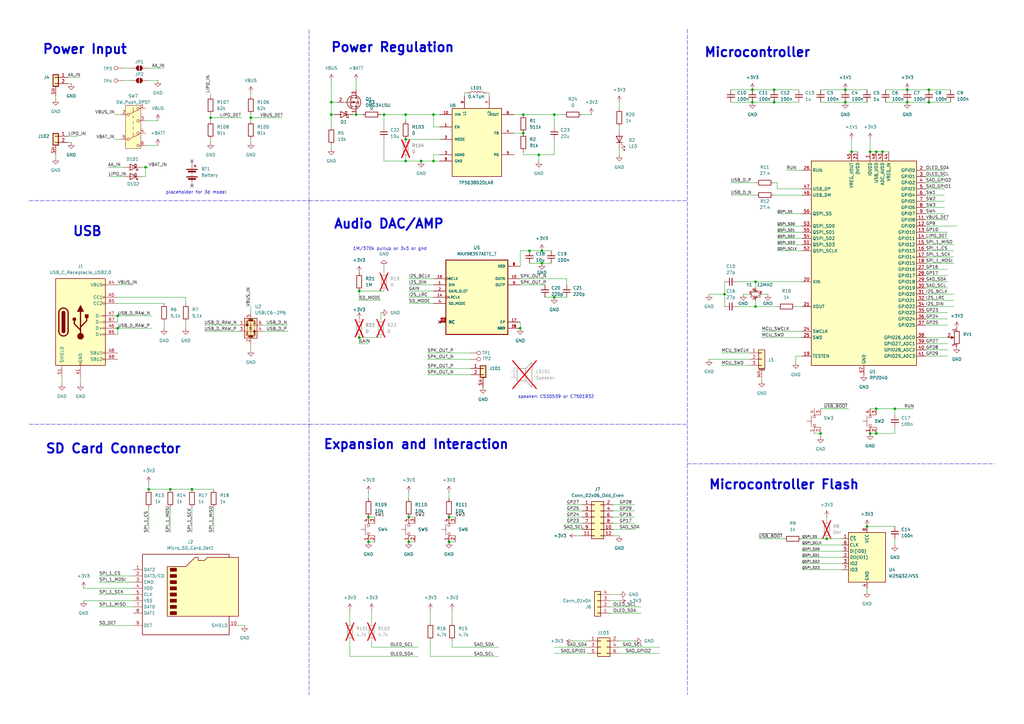
<source format=kicad_sch>
(kicad_sch (version 20231120) (generator "eeschema") (generator_version "8.0")
  (paper "A3")
  (title_block (title "Inércia 2023 MOD player badge") (date "2024-10-24") (rev "2024") (company "Author: Afonso Muralha") (comment 1 "Collaborators: Luís Correia, Associação Inércia"))
  (junction (at 172.72 66.04))
  (junction (at 135.89 41.91))
  (junction (at 317.5 36.83))
  (junction (at 48.26 129.54))
  (junction (at 214.63 54.61))
  (junction (at 381 36.83))
  (junction (at 167.64 222.25))
  (junction (at 217.17 102.87))
  (junction (at 227.33 46.99))
  (junction (at 59.69 68.58))
  (junction (at 177.8 66.04))
  (junction (at 151.13 222.25))
  (junction (at 60.96 200.66))
  (junction (at 336.55 177.8))
  (junction (at 220.98 63.5))
  (junction (at 222.25 102.87))
  (junction (at 359.41 177.8))
  (junction (at 222.25 107.95))
  (junction (at 166.37 46.99))
  (junction (at 86.36 48.26))
  (junction (at 214.63 46.99))
  (junction (at 317.5 41.91))
  (junction (at 355.6 215.9))
  (junction (at 346.71 41.91))
  (junction (at 184.15 222.25))
  (junction (at 147.32 119.38))
  (junction (at 372.11 41.91))
  (junction (at 309.88 115.57))
  (junction (at 227.33 121.92))
  (junction (at 151.13 212.09))
  (junction (at 184.15 212.09))
  (junction (at 297.18 120.65))
  (junction (at 381 41.91))
  (junction (at 356.87 62.23))
  (junction (at 308.61 36.83))
  (junction (at 372.11 36.83))
  (junction (at 361.95 62.23))
  (junction (at 166.37 66.04))
  (junction (at 349.25 62.23))
  (junction (at 157.48 46.99))
  (junction (at 339.09 220.98))
  (junction (at 167.64 212.09))
  (junction (at 367.03 167.64))
  (junction (at 69.85 200.66))
  (junction (at 213.36 134.62))
  (junction (at 146.05 46.99))
  (junction (at 147.32 138.43))
  (junction (at 102.87 48.26))
  (junction (at 48.26 134.62))
  (junction (at 356.87 177.8))
  (junction (at 166.37 57.15))
  (junction (at 78.74 200.66))
  (junction (at 359.41 167.64))
  (junction (at 177.8 46.99))
  (junction (at 359.41 62.23))
  (junction (at 346.71 36.83))
  (junction (at 308.61 41.91))
  (junction (at 309.88 125.73))
  (junction (at 135.89 46.99))
  (no_connect (at 78.74 66.04))
  (no_connect (at 180.34 132.08))
  (no_connect (at 78.74 76.2))
  (wire (pts (xy 322.58 69.85) (xy 328.93 69.85)))
  (wire (pts (xy 190.5 38.1) (xy 191.77 38.1)))
  (wire (pts (xy 336.55 41.91) (xy 346.71 41.91)))
  (wire (pts (xy 222.25 107.95) (xy 226.06 107.95)))
  (wire (pts (xy 167.64 212.09) (xy 170.18 212.09)))
  (wire (pts (xy 372.11 36.83) (xy 381 36.83)))
  (wire (pts (xy 60.96 33.02) (xy 64.77 33.02)))
  (wire (pts (xy 27.94 31.75) (xy 33.02 31.75)))
  (wire (pts (xy 167.64 124.46) (xy 177.8 124.46)))
  (wire (pts (xy 250.19 248.92) (xy 262.89 248.92)))
  (wire (pts (xy 22.86 39.37) (xy 22.86 40.64)))
  (wire (pts (xy 328.93 220.98) (xy 339.09 220.98)))
  (wire (pts (xy 372.11 41.91) (xy 381 41.91)))
  (wire (pts (xy 227.33 121.92) (xy 232.41 121.92)))
  (wire (pts (xy 176.53 262.89) (xy 176.53 269.24)))
  (wire (pts (xy 167.64 201.93) (xy 167.64 204.47)))
  (wire (pts (xy 217.17 107.95) (xy 222.25 107.95)))
  (wire (pts (xy 151.13 201.93) (xy 151.13 204.47)))
  (wire (pts (xy 33.02 154.94) (xy 33.02 157.48)))
  (wire (pts (xy 34.29 241.3) (xy 54.61 241.3)))
  (wire (pts (xy 379.73 69.85) (xy 387.35 69.85)))
  (wire (pts (xy 60.96 200.66) (xy 69.85 200.66)))
  (wire (pts (xy 339.09 212.09) (xy 339.09 213.36)))
  (wire (pts (xy 317.5 74.93) (xy 318.77 74.93)))
  (wire (pts (xy 58.42 72.39) (xy 59.69 72.39)))
  (wire (pts (xy 147.32 138.43) (xy 147.32 140.97)))
  (wire (pts (xy 40.64 238.76) (xy 54.61 238.76)))
  (wire (pts (xy 328.93 115.57) (xy 309.88 115.57)))
  (wire (pts (xy 318.77 95.25) (xy 328.93 95.25)))
  (wire (pts (xy 355.6 241.3) (xy 355.6 242.57)))
  (wire (pts (xy 356.87 167.64) (xy 359.41 167.64)))
  (wire (pts (xy 27.94 55.88) (xy 31.75 55.88)))
  (wire (pts (xy 361.95 62.23) (xy 364.49 62.23)))
  (wire (pts (xy 83.82 133.35) (xy 97.79 133.35)))
  (wire (pts (xy 379.73 100.33) (xy 391.16 100.33)))
  (wire (pts (xy 146.05 33.02) (xy 146.05 36.83)))
  (wire (pts (xy 157.48 66.04) (xy 166.37 66.04)))
  (wire (pts (xy 156.21 128.27) (xy 156.21 130.81)))
  (wire (pts (xy 349.25 62.23) (xy 351.79 62.23)))
  (wire (pts (xy 97.79 256.54) (xy 100.33 256.54)))
  (wire (pts (xy 167.64 114.3) (xy 177.8 114.3)))
  (wire (pts (xy 379.73 90.17) (xy 388.62 90.17)))
  (wire (pts (xy 27.94 34.29) (xy 29.21 34.29)))
  (wire (pts (xy 190.5 38.1) (xy 190.5 39.37)))
  (wire (pts (xy 312.42 138.43) (xy 328.93 138.43)))
  (wire (pts (xy 59.69 49.53) (xy 64.77 49.53)))
  (wire (pts (xy 220.98 63.5) (xy 227.33 63.5)))
  (wire (pts (xy 40.64 236.22) (xy 54.61 236.22)))
  (polyline (pts (xy 126.746 173.99) (xy 281.94 173.99)) (stroke (width 0) (type dash)))
  (wire (pts (xy 251.46 207.01) (xy 260.35 207.01)))
  (wire (pts (xy 102.87 125.73) (xy 102.87 128.27)))
  (wire (pts (xy 363.22 41.91) (xy 372.11 41.91)))
  (wire (pts (xy 210.82 54.61) (xy 214.63 54.61)))
  (wire (pts (xy 299.72 36.83) (xy 308.61 36.83)))
  (wire (pts (xy 102.87 46.99) (xy 102.87 48.26)))
  (polyline (pts (xy 126.746 82.296) (xy 281.94 82.296)) (stroke (width 0) (type dash)))
  (wire (pts (xy 40.64 256.54) (xy 54.61 256.54)))
  (wire (pts (xy 359.41 167.64) (xy 367.03 167.64)))
  (wire (pts (xy 210.82 46.99) (xy 214.63 46.99)))
  (wire (pts (xy 227.33 46.99) (xy 231.14 46.99)))
  (wire (pts (xy 76.2 132.08) (xy 76.2 134.62)))
  (wire (pts (xy 213.36 109.22) (xy 213.36 102.87)))
  (wire (pts (xy 304.8 120.65) (xy 307.34 120.65)))
  (wire (pts (xy 40.64 248.92) (xy 54.61 248.92)))
  (wire (pts (xy 180.34 52.07) (xy 177.8 52.07)))
  (wire (pts (xy 102.87 48.26) (xy 115.57 48.26)))
  (wire (pts (xy 157.48 109.22) (xy 157.48 111.76)))
  (wire (pts (xy 312.42 156.21) (xy 312.42 154.94)))
  (wire (pts (xy 220.98 63.5) (xy 220.98 66.04)))
  (wire (pts (xy 367.03 220.98) (xy 367.03 223.52)))
  (wire (pts (xy 177.8 63.5) (xy 177.8 66.04)))
  (wire (pts (xy 166.37 46.99) (xy 177.8 46.99)))
  (wire (pts (xy 143.51 262.89) (xy 143.51 269.24)))
  (wire (pts (xy 251.46 209.55) (xy 260.35 209.55)))
  (wire (pts (xy 48.26 134.62) (xy 62.23 134.62)))
  (wire (pts (xy 175.26 151.13) (xy 193.04 151.13)))
  (polyline (pts (xy 126.746 12.192) (xy 126.746 82.296)) (stroke (width 0) (type dash)))
  (wire (pts (xy 317.5 41.91) (xy 327.66 41.91)))
  (wire (pts (xy 180.34 63.5) (xy 177.8 63.5)))
  (wire (pts (xy 167.64 222.25) (xy 170.18 222.25)))
  (wire (pts (xy 250.19 243.84) (xy 254 243.84)))
  (polyline (pts (xy 281.94 190.246) (xy 281.94 284.988)) (stroke (width 0) (type dash)))
  (wire (pts (xy 232.41 214.63) (xy 238.76 214.63)))
  (wire (pts (xy 135.89 46.99) (xy 137.16 46.99)))
  (wire (pts (xy 151.13 212.09) (xy 153.67 212.09)))
  (wire (pts (xy 328.93 231.14) (xy 345.44 231.14)))
  (wire (pts (xy 157.48 57.15) (xy 157.48 66.04)))
  (wire (pts (xy 199.39 38.1) (xy 200.66 38.1)))
  (wire (pts (xy 231.14 217.17) (xy 238.76 217.17)))
  (wire (pts (xy 146.05 46.99) (xy 148.59 46.99)))
  (wire (pts (xy 379.73 133.35) (xy 388.62 133.35)))
  (wire (pts (xy 46.99 46.99) (xy 49.53 46.99)))
  (wire (pts (xy 254 41.91) (xy 254 44.45)))
  (wire (pts (xy 336.55 177.8) (xy 336.55 179.07)))
  (wire (pts (xy 152.4 262.89) (xy 152.4 265.43)))
  (wire (pts (xy 238.76 46.99) (xy 242.57 46.99)))
  (polyline (pts (xy 126.746 173.99) (xy 126.746 284.988)) (stroke (width 0) (type dash)))
  (wire (pts (xy 379.73 95.25) (xy 388.62 95.25)))
  (wire (pts (xy 328.93 146.05) (xy 326.39 146.05)))
  (wire (pts (xy 107.95 133.35) (xy 118.11 133.35)))
  (wire (pts (xy 102.87 57.15) (xy 102.87 58.42)))
  (wire (pts (xy 59.69 68.58) (xy 59.69 72.39)))
  (wire (pts (xy 135.89 33.02) (xy 135.89 41.91)))
  (wire (pts (xy 349.25 57.15) (xy 349.25 62.23)))
  (wire (pts (xy 290.83 147.32) (xy 307.34 147.32)))
  (wire (pts (xy 234.95 262.89) (xy 241.3 262.89)))
  (wire (pts (xy 78.74 208.28) (xy 78.74 218.44)))
  (wire (pts (xy 227.33 267.97) (xy 241.3 267.97)))
  (wire (pts (xy 302.26 115.57) (xy 309.88 115.57)))
  (wire (pts (xy 299.72 74.93) (xy 309.88 74.93)))
  (wire (pts (xy 356.87 62.23) (xy 359.41 62.23)))
  (wire (pts (xy 317.5 36.83) (xy 327.66 36.83)))
  (wire (pts (xy 381 36.83) (xy 389.89 36.83)))
  (wire (pts (xy 223.52 121.92) (xy 227.33 121.92)))
  (wire (pts (xy 299.72 80.01) (xy 309.88 80.01)))
  (wire (pts (xy 254 52.07) (xy 254 53.34)))
  (wire (pts (xy 367.03 167.64) (xy 374.65 167.64)))
  (wire (pts (xy 251.46 217.17) (xy 260.35 217.17)))
  (wire (pts (xy 50.8 33.02) (xy 53.34 33.02)))
  (wire (pts (xy 107.95 135.89) (xy 118.11 135.89)))
  (wire (pts (xy 232.41 212.09) (xy 238.76 212.09)))
  (wire (pts (xy 295.91 144.78) (xy 307.34 144.78)))
  (wire (pts (xy 379.73 102.87) (xy 391.16 102.87)))
  (wire (pts (xy 318.77 100.33) (xy 328.93 100.33)))
  (wire (pts (xy 25.4 154.94) (xy 25.4 157.48)))
  (wire (pts (xy 379.73 138.43) (xy 388.62 138.43)))
  (wire (pts (xy 254 60.96) (xy 254 63.5)))
  (wire (pts (xy 76.2 121.92) (xy 76.2 124.46)))
  (wire (pts (xy 34.29 246.38) (xy 54.61 246.38)))
  (wire (pts (xy 227.33 46.99) (xy 227.33 52.07)))
  (wire (pts (xy 48.26 121.92) (xy 76.2 121.92)))
  (wire (pts (xy 152.4 250.19) (xy 152.4 255.27)))
  (wire (pts (xy 250.19 251.46) (xy 262.89 251.46)))
  (wire (pts (xy 40.64 243.84) (xy 54.61 243.84)))
  (wire (pts (xy 166.37 57.15) (xy 180.34 57.15)))
  (wire (pts (xy 214.63 63.5) (xy 220.98 63.5)))
  (wire (pts (xy 227.33 57.15) (xy 227.33 63.5)))
  (wire (pts (xy 346.71 36.83) (xy 355.6 36.83)))
  (wire (pts (xy 379.73 115.57) (xy 388.62 115.57)))
  (wire (pts (xy 27.94 58.42) (xy 29.21 58.42)))
  (wire (pts (xy 379.73 80.01) (xy 387.35 80.01)))
  (wire (pts (xy 250.19 246.38) (xy 254 246.38)))
  (wire (pts (xy 86.36 48.26) (xy 86.36 49.53)))
  (wire (pts (xy 299.72 41.91) (xy 308.61 41.91)))
  (wire (pts (xy 152.4 265.43) (xy 171.45 265.43)))
  (wire (pts (xy 135.89 46.99) (xy 135.89 52.07)))
  (wire (pts (xy 167.64 116.84) (xy 177.8 116.84)))
  (polyline (pts (xy 126.746 82.296) (xy 126.746 173.99)) (stroke (width 0) (type dash)))
  (wire (pts (xy 200.66 38.1) (xy 200.66 39.37)))
  (wire (pts (xy 177.8 46.99) (xy 180.34 46.99)))
  (wire (pts (xy 379.73 105.41) (xy 391.16 105.41)))
  (wire (pts (xy 213.36 102.87) (xy 217.17 102.87)))
  (wire (pts (xy 166.37 66.04) (xy 172.72 66.04)))
  (wire (pts (xy 147.32 119.38) (xy 157.48 119.38)))
  (wire (pts (xy 87.63 208.28) (xy 87.63 218.44)))
  (wire (pts (xy 312.42 120.65) (xy 314.96 120.65)))
  (wire (pts (xy 379.73 92.71) (xy 392.43 92.71)))
  (wire (pts (xy 318.77 87.63) (xy 328.93 87.63)))
  (wire (pts (xy 379.73 97.79) (xy 388.62 97.79)))
  (wire (pts (xy 185.42 265.43) (xy 204.47 265.43)))
  (wire (pts (xy 59.69 68.58) (xy 60.96 68.58)))
  (wire (pts (xy 379.73 140.97) (xy 388.62 140.97)))
  (wire (pts (xy 135.89 41.91) (xy 135.89 46.99)))
  (wire (pts (xy 318.77 125.73) (xy 309.88 125.73)))
  (wire (pts (xy 379.73 74.93) (xy 387.35 74.93)))
  (wire (pts (xy 379.73 113.03) (xy 388.62 113.03)))
  (wire (pts (xy 381 41.91) (xy 389.89 41.91)))
  (wire (pts (xy 326.39 125.73) (xy 328.93 125.73)))
  (wire (pts (xy 328.93 223.52) (xy 345.44 223.52)))
  (wire (pts (xy 295.91 149.86) (xy 307.34 149.86)))
  (wire (pts (xy 339.09 220.98) (xy 345.44 220.98)))
  (wire (pts (xy 379.73 87.63) (xy 387.35 87.63)))
  (wire (pts (xy 326.39 146.05) (xy 326.39 148.59)))
  (wire (pts (xy 232.41 209.55) (xy 238.76 209.55)))
  (wire (pts (xy 214.63 62.23) (xy 214.63 63.5)))
  (wire (pts (xy 60.96 208.28) (xy 60.96 218.44)))
  (wire (pts (xy 46.99 57.15) (xy 49.53 57.15)))
  (wire (pts (xy 86.36 38.1) (xy 86.36 39.37)))
  (wire (pts (xy 69.85 208.28) (xy 69.85 218.44)))
  (wire (pts (xy 379.73 85.09) (xy 387.35 85.09)))
  (wire (pts (xy 251.46 219.71) (xy 254 219.71)))
  (wire (pts (xy 60.96 27.94) (xy 67.31 27.94)))
  (wire (pts (xy 318.77 77.47) (xy 318.77 74.93)))
  (wire (pts (xy 379.73 123.19) (xy 391.16 123.19)))
  (wire (pts (xy 86.36 48.26) (xy 99.06 48.26)))
  (wire (pts (xy 58.42 68.58) (xy 59.69 68.58)))
  (wire (pts (xy 346.71 41.91) (xy 355.6 41.91)))
  (wire (pts (xy 222.25 102.87) (xy 226.06 102.87)))
  (wire (pts (xy 214.63 46.99) (xy 227.33 46.99)))
  (wire (pts (xy 135.89 41.91) (xy 138.43 41.91)))
  (wire (pts (xy 144.78 46.99) (xy 146.05 46.99)))
  (wire (pts (xy 356.87 177.8) (xy 359.41 177.8)))
  (wire (pts (xy 167.64 121.92) (xy 177.8 121.92)))
  (wire (pts (xy 359.41 177.8) (xy 367.03 177.8)))
  (wire (pts (xy 254 267.97) (xy 270.51 267.97)))
  (wire (pts (xy 48.26 129.54) (xy 48.26 132.08)))
  (wire (pts (xy 336.55 36.83) (xy 346.71 36.83)))
  (wire (pts (xy 185.42 250.19) (xy 185.42 255.27)))
  (wire (pts (xy 334.01 177.8) (xy 336.55 177.8)))
  (wire (pts (xy 48.26 134.62) (xy 48.26 137.16)))
  (wire (pts (xy 184.15 212.09) (xy 186.69 212.09)))
  (polyline (pts (xy 11.938 173.99) (xy 126.746 173.99)) (stroke (width 0) (type dash)))
  (wire (pts (xy 227.33 265.43) (xy 241.3 265.43)))
  (wire (pts (xy 147.32 140.97) (xy 151.13 140.97)))
  (wire (pts (xy 379.73 72.39) (xy 387.35 72.39)))
  (wire (pts (xy 102.87 140.97) (xy 102.87 143.51)))
  (wire (pts (xy 78.74 200.66) (xy 87.63 200.66)))
  (wire (pts (xy 297.18 115.57) (xy 297.18 120.65)))
  (wire (pts (xy 318.77 97.79) (xy 328.93 97.79)))
  (wire (pts (xy 367.03 175.26) (xy 367.03 177.8)))
  (wire (pts (xy 22.86 63.5) (xy 22.86 64.77)))
  (wire (pts (xy 318.77 102.87) (xy 328.93 102.87)))
  (wire (pts (xy 217.17 102.87) (xy 222.25 102.87)))
  (wire (pts (xy 379.73 118.11) (xy 388.62 118.11)))
  (wire (pts (xy 379.73 77.47) (xy 387.35 77.47)))
  (wire (pts (xy 48.26 116.84) (xy 54.61 116.84)))
  (wire (pts (xy 308.61 36.83) (xy 317.5 36.83)))
  (wire (pts (xy 185.42 262.89) (xy 185.42 265.43)))
  (wire (pts (xy 176.53 269.24) (xy 204.47 269.24)))
  (wire (pts (xy 236.22 219.71) (xy 238.76 219.71)))
  (wire (pts (xy 328.93 233.68) (xy 345.44 233.68)))
  (wire (pts (xy 50.8 27.94) (xy 53.34 27.94)))
  (wire (pts (xy 359.41 62.23) (xy 361.95 62.23)))
  (wire (pts (xy 60.96 198.12) (xy 60.96 200.66)))
  (wire (pts (xy 44.45 72.39) (xy 50.8 72.39)))
  (wire (pts (xy 379.73 128.27) (xy 388.62 128.27)))
  (wire (pts (xy 48.26 124.46) (xy 67.31 124.46)))
  (wire (pts (xy 367.03 167.64) (xy 367.03 170.18)))
  (wire (pts (xy 251.46 214.63) (xy 260.35 214.63)))
  (wire (pts (xy 166.37 64.77) (xy 166.37 66.04)))
  (wire (pts (xy 184.15 201.93) (xy 184.15 204.47)))
  (wire (pts (xy 157.48 46.99) (xy 166.37 46.99)))
  (wire (pts (xy 251.46 212.09) (xy 260.35 212.09)))
  (wire (pts (xy 232.41 207.01) (xy 238.76 207.01)))
  (wire (pts (xy 213.36 114.3) (xy 232.41 114.3)))
  (wire (pts (xy 318.77 92.71) (xy 328.93 92.71)))
  (wire (pts (xy 147.32 123.19) (xy 156.21 123.19)))
  (wire (pts (xy 157.48 52.07) (xy 157.48 46.99)))
  (wire (pts (xy 86.36 46.99) (xy 86.36 48.26)))
  (wire (pts (xy 156.21 46.99) (xy 157.48 46.99)))
  (wire (pts (xy 172.72 66.04) (xy 177.8 66.04)))
  (wire (pts (xy 143.51 250.19) (xy 143.51 255.27)))
  (wire (pts (xy 176.53 250.19) (xy 176.53 255.27)))
  (wire (pts (xy 328.93 226.06) (xy 345.44 226.06)))
  (wire (pts (xy 308.61 41.91) (xy 317.5 41.91)))
  (polyline (pts (xy 11.938 82.296) (xy 126.746 82.296)) (stroke (width 0) (type dash)))
  (wire (pts (xy 356.87 57.15) (xy 356.87 62.23)))
  (wire (pts (xy 347.98 167.64) (xy 336.55 167.64)))
  (wire (pts (xy 166.37 46.99) (xy 166.37 49.53)))
  (wire (pts (xy 254 265.43) (xy 270.51 265.43)))
  (wire (pts (xy 302.26 125.73) (xy 309.88 125.73)))
  (wire (pts (xy 379.73 82.55) (xy 387.35 82.55)))
  (wire (pts (xy 44.45 68.58) (xy 50.8 68.58)))
  (wire (pts (xy 317.5 80.01) (xy 328.93 80.01)))
  (wire (pts (xy 363.22 36.83) (xy 372.11 36.83)))
  (wire (pts (xy 147.32 138.43) (xy 156.21 138.43)))
  (wire (pts (xy 175.26 144.78) (xy 193.04 144.78)))
  (wire (pts (xy 290.83 120.65) (xy 297.18 120.65)))
  (wire (pts (xy 147.32 119.38) (xy 147.32 123.19)))
  (wire (pts (xy 151.13 222.25) (xy 153.67 222.25)))
  (wire (pts (xy 328.93 228.6) (xy 345.44 228.6)))
  (wire (pts (xy 69.85 200.66) (xy 78.74 200.66)))
  (wire (pts (xy 59.69 59.69) (xy 64.77 59.69)))
  (wire (pts (xy 311.15 220.98) (xy 321.31 220.98)))
  (wire (pts (xy 379.73 146.05) (xy 388.62 146.05)))
  (wire (pts (xy 328.93 77.47) (xy 318.77 77.47)))
  (wire (pts (xy 379.73 107.95) (xy 391.16 107.95)))
  (wire (pts (xy 379.73 143.51) (xy 388.62 143.51)))
  (wire (pts (xy 102.87 48.26) (xy 102.87 49.53)))
  (wire (pts (xy 297.18 120.65) (xy 297.18 125.73)))
  (wire (pts (xy 167.64 119.38) (xy 177.8 119.38)))
  (wire (pts (xy 175.26 147.32) (xy 193.04 147.32)))
  (wire (pts (xy 67.31 132.08) (xy 67.31 134.62)))
  (wire (pts (xy 379.73 130.81) (xy 388.62 130.81)))
  (polyline (pts (xy 281.94 190.246) (xy 407.924 190.246)) (stroke (width 0) (type dash)))
  (wire (pts (xy 102.87 38.1) (xy 102.87 39.37)))
  (wire (pts (xy 254 262.89) (xy 260.35 262.89)))
  (wire (pts (xy 309.88 115.57) (xy 309.88 118.11)))
  (wire (pts (xy 143.51 269.24) (xy 171.45 269.24)))
  (wire (pts (xy 355.6 215.9) (xy 367.03 215.9)))
  (wire (pts (xy 175.26 153.67) (xy 193.04 153.67)))
  (wire (pts (xy 379.73 120.65) (xy 391.16 120.65)))
  (wire (pts (xy 184.15 222.25) (xy 186.69 222.25)))
  (wire (pts (xy 312.42 135.89) (xy 328.93 135.89)))
  (wire (pts (xy 213.36 116.84) (xy 223.52 116.84)))
  (wire (pts (xy 135.89 59.69) (xy 135.89 60.96)))
  (polyline (pts (xy 281.94 11.938) (xy 281.94 190.246)) (stroke (width 0) (type dash)))
  (wire (pts (xy 232.41 116.84) (xy 232.41 114.3)))
  (wire (pts (xy 213.36 132.08) (xy 213.36 134.62)))
  (wire (pts (xy 177.8 52.07) (xy 177.8 46.99)))
  (wire (pts (xy 83.82 135.89) (xy 97.79 135.89)))
  (wire (pts (xy 177.8 66.04) (xy 180.34 66.04)))
  (wire (pts (xy 309.88 123.19) (xy 309.88 125.73)))
  (wire (pts (xy 379.73 110.49) (xy 388.62 110.49)))
  (wire (pts (xy 86.36 57.15) (xy 86.36 58.42)))
  (wire (pts (xy 48.26 129.54) (xy 62.23 129.54)))
  (wire (pts (xy 379.73 125.73) (xy 391.16 125.73)))
  (text "Power Regulation" (at 161.036 19.558 0) (effects (font (size 3.81 3.81) (thickness 0.762) (bold yes))))
  (text "placeholder for 3d model" (at 80.518 78.994 0) (effects (font (size 1.27 1.27))))
  (text "1M/370k pullup or 3v3 or gnd\n" (at 144.78 102.87 0) (effects (font (size 1.27 1.27)) (justify left bottom)))
  (text "SD Card Connector" (at 46.482 184.15 0) (effects (font (size 3.81 3.81) (thickness 0.762) (bold yes))))
  (text "Power Input" (at 34.798 20.32 0) (effects (font (size 3.81 3.81) (thickness 0.762) (bold yes))))
  (text "Expansion and Interaction" (at 170.688 182.372 0) (effects (font (size 3.81 3.81) (thickness 0.762) (bold yes))))
  (text "Microcontroller Flash" (at 321.564 198.882 0) (effects (font (size 3.81 3.81) (thickness 0.762) (bold yes))))
  (text "Microcontroller" (at 310.642 21.59 0) (effects (font (size 3.81 3.81) (thickness 0.762) (bold yes))))
  (text "speaker: C530539 or C7501932\n\n" (at 228.092 163.83 0) (effects (font (size 1.27 1.27))))
  (text "Audio DAC/AMP" (at 159.512 91.948 0) (effects (font (size 3.81 3.81) (thickness 0.762) (bold yes))))
  (text "USB" (at 35.814 94.996 0) (effects (font (size 3.81 3.81) (thickness 0.762) (bold yes))))
  (label "SAO_SDA" (at 254 217.17 0))
  (label "OLED_SDA" (at 379.73 69.85 0))
  (label "SW2" (at 379.73 82.55 0))
  (label "SPI_1_SCK" (at 78.74 218.44 90))
  (label "VBAT_IN" (at 46.99 57.15 180))
  (label "I2S_DIN" (at 167.64 116.84 0))
  (label "QSPI_SCLK" (at 318.77 102.87 0) (effects (font (size 1 1))))
  (label "GP10" (at 379.73 95.25 0))
  (label "SPI_1_MOSI" (at 69.85 218.44 90))
  (label "LIPO_IN" (at 44.45 72.39 0))
  (label "SAO_SDA" (at 232.41 265.43 0))
  (label "~{USB_BOOT}" (at 337.82 167.64 0))
  (label "SPI_1_MISO" (at 40.64 248.92 0))
  (label "GP17" (at 379.73 113.03 0))
  (label "GP16" (at 379.73 110.49 0))
  (label "SW4" (at 379.73 87.63 0))
  (label "QSPI_SCLK" (at 328.93 223.52 0) (effects (font (size 1 1))))
  (label "SAO_SCL" (at 255.27 265.43 0))
  (label "GP16" (at 254 212.09 0))
  (label "SPI_1_CS" (at 40.64 236.22 0))
  (label "QSPI_SD0" (at 318.77 92.71 0) (effects (font (size 1 1))))
  (label "SAO_SCL" (at 231.14 217.17 0))
  (label "GP28" (at 379.73 143.51 0))
  (label "RUN" (at 322.58 69.85 0))
  (label "SPK_OUT_N" (at 175.26 153.67 0))
  (label "OLED_SCL" (at 379.73 72.39 0))
  (label "LIPO_DET" (at 379.73 97.79 0))
  (label "MCU_SWCLK" (at 312.42 135.89 0))
  (label "SPI_1_MOSI" (at 379.73 107.95 0))
  (label "MCU_SWD" (at 312.42 138.43 0))
  (label "GP27" (at 379.73 140.97 0))
  (label "SPI_1_MISO" (at 87.63 218.44 90))
  (label "QSPI_SD3" (at 328.93 233.68 0) (effects (font (size 1 1))))
  (label "GP25" (at 379.73 133.35 0))
  (label "LIPO_DET" (at 90.17 48.26 0))
  (label "SAO_GPIO1" (at 229.87 267.97 0))
  (label "SAO_SCL" (at 194.31 269.24 0))
  (label "GP29" (at 379.73 146.05 0))
  (label "GAIN" (at 147.32 140.97 0))
  (label "GP17" (at 254 214.63 0))
  (label "SD_MODE" (at 167.64 124.46 0))
  (label "SPK_OUT_N" (at 175.26 147.32 0))
  (label "LIPO_IN" (at 86.36 38.1 90))
  (label "VBUS_IN" (at 102.87 125.73 90))
  (label "SAO_GPIO2" (at 256.54 267.97 0))
  (label "SPI_1_MISO" (at 379.73 100.33 0))
  (label "SPI_1_SCK" (at 40.64 243.84 0))
  (label "SW3" (at 186.69 212.09 0))
  (label "USB_D_N" (at 299.72 80.01 0))
  (label "GP23" (at 232.41 214.63 0))
  (label "AA_IN" (at 33.02 31.75 180))
  (label "QSPI_SD1" (at 318.77 95.25 0) (effects (font (size 1 1))))
  (label "SPI_1_CS" (at 379.73 102.87 0))
  (label "SAO_SDA" (at 379.73 115.57 0))
  (label "QSPI_SD2" (at 318.77 97.79 0) (effects (font (size 1 1))))
  (label "GP23" (at 379.73 128.27 0))
  (label "SAO_GPIO2" (at 379.73 74.93 0))
  (label "SAO_SDA" (at 194.31 265.43 0))
  (label "AA_IN" (at 62.23 27.94 0))
  (label "MCU_SWCLK" (at 295.91 144.78 0))
  (label "SW3" (at 379.73 85.09 0))
  (label "GP24" (at 379.73 130.81 0))
  (label "USB_D_RAW_N" (at 83.82 133.35 0))
  (label "LIPO_IN" (at 27.94 55.88 0))
  (label "RUN" (at 370.84 167.64 0))
  (label "QSPI_SS" (at 318.77 87.63 0) (effects (font (size 1 1))))
  (label "GP28" (at 254 207.01 0))
  (label "AA_IN" (at 49.53 68.58 180))
  (label "QSPI_SD1" (at 328.93 228.6 0) (effects (font (size 1 1))))
  (label "USB_D_RAW_P" (at 83.82 135.89 0))
  (label "USB_D_RAW_P" (at 48.26 134.62 0))
  (label "I2S_DIN" (at 379.73 125.73 0))
  (label "SPK_OUT_P" (at 213.36 116.84 0))
  (label "SW1" (at 379.73 80.01 0))
  (label "I2S_BCLK" (at 167.64 114.3 0))
  (label "OLED_SCL" (at 160.02 265.43 0))
  (label "OLED_SDA" (at 251.46 251.46 0))
  (label "SPI_1_MOSI" (at 40.64 238.76 0))
  (label "USB_D_P" (at 109.22 135.89 0))
  (label "QSPI_SD3" (at 318.77 100.33 0) (effects (font (size 1 1))))
  (label "GAIN" (at 167.64 119.38 0))
  (label "VBAT_IN" (at 60.96 68.58 0))
  (label "SPK_OUT_P" (at 175.26 151.13 0))
  (label "SPI_1_SCK" (at 379.73 105.41 0))
  (label "SPK_OUT_N" (at 213.36 114.3 0))
  (label "I2S_LRC" (at 379.73 123.19 0))
  (label "GP9" (at 379.73 92.71 0))
  (label "SPK_OUT_P" (at 175.26 144.78 0))
  (label "SPI_1_CS" (at 60.96 218.44 90))
  (label "SD_MODE" (at 147.32 123.19 0))
  (label "VBUS_DET" (at 106.68 48.26 0))
  (label "I2S_LRC" (at 167.64 121.92 0))
  (label "SW2" (at 170.18 212.09 0))
  (label "SW1" (at 153.67 212.09 0))
  (label "SD_DET" (at 40.64 256.54 0))
  (label "~{USB_BOOT}" (at 311.15 220.98 0))
  (label "VBUS_DET" (at 379.73 90.17 0))
  (label "QSPI_SS" (at 328.93 220.98 0) (effects (font (size 1 1))))
  (label "VBUS_IN" (at 46.99 46.99 180))
  (label "OLED_SDA" (at 160.02 269.24 0))
  (label "OLED_SCL" (at 251.46 248.92 0))
  (label "I2S_BCLK" (at 379.73 120.65 0))
  (label "QSPI_SD2" (at 328.93 231.14 0) (effects (font (size 1 1))))
  (label "SAO_GPIO1" (at 379.73 77.47 0))
  (label "SAO_SCL" (at 379.73 118.11 0))
  (label "MCU_SWD" (at 295.91 149.86 0))
  (label "QSPI_SD0" (at 328.93 226.06 0) (effects (font (size 1 1))))
  (label "VBUS_IN" (at 48.26 116.84 0))
  (label "USB_D_P" (at 299.72 74.93 0))
  (label "GP25" (at 232.41 209.55 0))
  (label "USB_D_RAW_N" (at 48.26 129.54 0))
  (label "USB_D_N" (at 109.22 133.35 0))
  (label "GP29" (at 254 209.55 0))
  (label "GP24" (at 232.41 212.09 0))
  (label "GP27" (at 232.41 207.01 0))
  (symbol (lib_id "power:GND") (at 290.83 147.32 0) (unit 1)
    (property "Reference" "#PWR030" (effects (hide yes)))
    (property "Value" "GND" (at 290.83 152.4 0))
    (property "Description" "Power symbol creates a global label with name \"GND\" , ground" (effects (hide yes)))
  )
  (symbol (lib_id "power:+3V3") (at 234.95 262.89 90) (unit 1)
    (property "Reference" "#PWR0103" (effects (hide yes)))
    (property "Value" "+3V3" (at 231.14 262.8899 90) (effects (justify left)))
    (property "Description" "Power symbol creates a global label with name \"+3V3\"" (effects (hide yes)))
  )
  (symbol (lib_id "power:+3V3") (at 222.25 102.87 0) (unit 1)
    (property "Reference" "#PWR051" (effects (hide yes)))
    (property "Value" "+3V3" (at 222.25 97.79 0))
    (property "Description" "Power symbol creates a global label with name \"+3V3\"" (effects (hide yes)))
  )
  (symbol (lib_id "power:+3V3") (at 236.22 219.71 90) (unit 1)
    (property "Reference" "#PWR070" (effects (hide yes)))
    (property "Value" "+3V3" (at 232.41 219.71 90) (effects (justify left)))
    (property "Description" "Power symbol creates a global label with name \"+3V3\"" (effects (hide yes)))
  )
  (symbol (lib_id "Device:C_Small") (at 227.33 54.61 0) (unit 1)
    (property "Reference" "C23" (at 229.87 53.3462 0) (effects (justify left)))
    (property "Value" "22u" (at 229.87 55.8862 0) (effects (justify left)))
    (property "Footprint" "Capacitor_SMD:C_0603_1608Metric" (effects (hide yes)))
    (property "Description" "Unpolarized capacitor, small symbol" (effects (hide yes)))
    (property "LCSC" " C59461 " (effects (hide yes)))
  )
  (symbol (lib_id "power:GND") (at 354.33 153.67 0) (unit 1)
    (property "Reference" "#PWR029" (effects (hide yes)))
    (property "Value" "GND" (at 354.33 158.75 0))
    (property "Description" "Power symbol creates a global label with name \"GND\" , ground" (effects (hide yes)))
  )
  (symbol (lib_id "power:+3V3") (at 308.61 36.83 0) (unit 1)
    (property "Reference" "#PWR019" (effects (hide yes)))
    (property "Value" "+3V3" (at 308.61 31.75 0))
    (property "Description" "Power symbol creates a global label with name \"+3V3\"" (effects (hide yes)))
  )
  (symbol (lib_id "Memory_Flash:W25Q32JVSS") (at 355.6 228.6 0) (unit 1)
    (property "Reference" "U4" (at 364.49 233.68 0) (effects (justify left)))
    (property "Value" "W25Q32JVSS" (at 364.49 236.22 0) (effects (justify left)))
    (property "Footprint" "Package_SO:SOIC-8_5.23x5.23mm_P1.27mm" (effects (hide yes)))
    (property "Datasheet" "http://www.winbond.com/resource-files/w25q32jv%20revg%2003272018%20plus.pdf" (effects (hide yes)))
    (property "Description" "32Mb Serial Flash Memory, Standard/Dual/Quad SPI, SOIC-8" (effects (hide yes)))
    (property "LCSC" "C82344 " (effects (hide yes)))
  )
  (symbol (lib_id "power:GND") (at 213.36 134.62 0) (unit 1)
    (property "Reference" "#PWR048" (effects (hide yes)))
    (property "Value" "GND" (at 213.36 139.7 0))
    (property "Description" "Power symbol creates a global label with name \"GND\" , ground" (effects (hide yes)))
  )
  (symbol (lib_id "Device:R") (at 86.36 43.18 0) (unit 1)
    (property "Reference" "R107" (at 88.9 41.9099 0) (effects (justify left)))
    (property "Value" "62k" (at 88.9 44.4499 0) (effects (justify left)))
    (property "Footprint" "Resistor_SMD:R_0402_1005Metric" (effects (hide yes)))
    (property "Description" "Resistor" (effects (hide yes)))
    (property "LCSC" "C5126239" (effects (hide yes)))
  )
  (symbol (lib_id "power:+BATT") (at 64.77 59.69 0) (unit 1)
    (property "Reference" "#PWR056" (effects (hide yes)))
    (property "Value" "+BATT" (at 64.77 54.61 0))
    (property "Description" "Power symbol creates a global label with name \"+BATT\"" (effects (hide yes)))
  )
  (symbol (lib_id "power:GND") (at 86.36 58.42 0) (unit 1)
    (property "Reference" "#PWR0113" (effects (hide yes)))
    (property "Value" "GND" (at 86.36 63.5 0))
    (property "Description" "Power symbol creates a global label with name \"GND\" , ground" (effects (hide yes)))
  )
  (symbol (lib_id "power:GND") (at 102.87 143.51 0) (unit 1)
    (property "Reference" "#PWR05" (effects (hide yes)))
    (property "Value" "GND" (at 102.87 148.59 0))
    (property "Description" "Power symbol creates a global label with name \"GND\" , ground" (effects (hide yes)))
  )
  (symbol (lib_id "Device:R") (at 234.95 46.99 90) (unit 1)
    (property "Reference" "R24" (at 234.95 40.64 90))
    (property "Value" "0" (at 234.95 43.18 90))
    (property "Footprint" "Resistor_SMD:R_0603_1608Metric" (effects (hide yes)))
    (property "Description" "Resistor" (effects (hide yes)))
    (property "LCSC" "C95177" (effects (hide yes)))
  )
  (symbol (lib_id "Connector_Generic_Shielded:Conn_01x02_Shielded") (at 22.86 55.88 0) (mirror y) (unit 1)
    (property "Reference" "J102" (at 20.32 55.8799 0) (effects (justify left)))
    (property "Value" "Conn_01x02_Shielded" (effects (hide yes)))
    (property "Footprint" "mod:CONN-SMD_P2.00_S2B-PH-SM4-TB-LF-SN" (effects (hide yes)))
    (property "Description" "Generic shielded connector, single row, 01x02, script generated (kicad-library-utils/schlib/autogen/connector/)" (effects (hide yes)))
    (property "LCSC" "C295747" (effects (hide yes)))
  )
  (symbol (lib_id "Device:Crystal_GND24_Small") (at 309.88 120.65 90) (unit 1)
    (property "Reference" "Y1" (at 307.34 116.84 90))
    (property "Value" "12MHZ" (at 313.69 116.84 90))
    (property "Footprint" "Crystal:Crystal_SMD_3225-4Pin_3.2x2.5mm" (effects (hide yes)))
    (property "Description" "Four pin crystal, GND on pins 2 and 4, small symbol" (effects (hide yes)))
    (property "LCSC" "C5182760 " (effects (hide yes)))
  )
  (symbol (lib_id "power:+3V3") (at 339.09 212.09 0) (unit 1)
    (property "Reference" "#PWR023" (effects (hide yes)))
    (property "Value" "+3V3" (at 339.09 207.01 0))
    (property "Description" "Power symbol creates a global label with name \"+3V3\"" (effects (hide yes)))
  )
  (symbol (lib_id "power:+3V3") (at 185.42 250.19 0) (unit 1)
    (property "Reference" "#PWR059" (effects (hide yes)))
    (property "Value" "+3V3" (at 185.42 245.11 0))
    (property "Description" "Power symbol creates a global label with name \"+3V3\"" (effects (hide yes)))
  )
  (symbol (lib_id "power:GND") (at 64.77 33.02 0) (mirror y) (unit 1)
    (property "Reference" "#PWR060" (effects (hide yes)))
    (property "Value" "GND" (at 64.77 38.1 0))
    (property "Description" "Power symbol creates a global label with name \"GND\" , ground" (effects (hide yes)))
  )
  (symbol (lib_id "Device:R") (at 152.4 46.99 90) (unit 1)
    (property "Reference" "R3" (at 152.4 41.91 90))
    (property "Value" "0" (at 152.4 44.45 90))
    (property "Footprint" "Resistor_SMD:R_0603_1608Metric" (effects (hide yes)))
    (property "Description" "Resistor" (effects (hide yes)))
    (property "LCSC" "C95177" (effects (hide yes)))
  )
  (symbol (lib_id "power:GND") (at 326.39 148.59 0) (unit 1)
    (property "Reference" "#PWR028" (effects (hide yes)))
    (property "Value" "GND" (at 326.39 153.67 0))
    (property "Description" "Power symbol creates a global label with name \"GND\" , ground" (effects (hide yes)))
  )
  (symbol (lib_id "Device:C_Small") (at 299.72 125.73 90) (unit 1)
    (property "Reference" "C16" (at 299.7263 119.38 90))
    (property "Value" "27p" (at 299.7263 121.92 90))
    (property "Footprint" "Capacitor_SMD:C_0603_1608Metric" (effects (hide yes)))
    (property "Description" "Unpolarized capacitor, small symbol" (effects (hide yes)))
    (property "LCSC" "C107045" (effects (hide yes)))
  )
  (symbol (lib_id "power:GND") (at 29.21 58.42 0) (mirror y) (unit 1)
    (property "Reference" "#PWR0109" (effects (hide yes)))
    (property "Value" "GND" (at 29.21 63.5 0))
    (property "Description" "Power symbol creates a global label with name \"GND\" , ground" (effects (hide yes)))
  )
  (symbol (lib_id "power:VBUS") (at 102.87 38.1 0) (unit 1)
    (property "Reference" "#PWR0110" (effects (hide yes)))
    (property "Value" "VBUS" (at 102.87 33.02 0))
    (property "Description" "Power symbol creates a global label with name \"VBUS\"" (effects (hide yes)))
  )
  (symbol (lib_id "power:+1V1") (at 346.71 36.83 0) (unit 1)
    (property "Reference" "#PWR013" (effects (hide yes)))
    (property "Value" "+1V1" (at 346.71 31.75 0))
    (property "Description" "Power symbol creates a global label with name \"+1V1\"" (effects (hide yes)))
  )
  (symbol (lib_id "Device:R") (at 156.21 134.62 0) (unit 1) (in_bom no) (dnp yes)
    (property "Reference" "R23" (at 158.75 133.35 0) (effects (justify left)))
    (property "Value" "0" (at 158.75 135.89 0) (effects (justify left)))
    (property "Footprint" "Resistor_SMD:R_0603_1608Metric" (effects (hide yes)))
    (property "Description" "Resistor" (effects (hide yes)))
  )
  (symbol (lib_id "Device:C_Small") (at 299.72 39.37 0) (unit 1)
    (property "Reference" "C10" (at 302.26 38.1063 0) (effects (justify left)))
    (property "Value" "100n" (at 302.26 40.6463 0) (effects (justify left)))
    (property "Footprint" "Capacitor_SMD:C_0603_1608Metric" (effects (hide yes)))
    (property "Description" "Unpolarized capacitor, small symbol" (effects (hide yes)))
    (property "LCSC" " C478888 " (effects (hide yes)))
  )
  (symbol (lib_id "Device:R") (at 313.69 80.01 90) (unit 1)
    (property "Reference" "R12" (at 313.69 82.55 90))
    (property "Value" "27.4" (at 313.69 85.09 90))
    (property "Footprint" "Resistor_SMD:R_0402_1005Metric" (effects (hide yes)))
    (property "Description" "Resistor" (effects (hide yes)))
    (property "LCSC" "C274349" (effects (hide yes)))
  )
  (symbol (lib_id "power:GND") (at 67.31 134.62 0) (unit 1)
    (property "Reference" "#PWR09" (effects (hide yes)))
    (property "Value" "GND" (at 67.31 139.7 0))
    (property "Description" "Power symbol creates a global label with name \"GND\" , ground" (effects (hide yes)))
  )
  (symbol (lib_id "power:GND") (at 184.15 222.25 0) (unit 1)
    (property "Reference" "#PWR041" (effects (hide yes)))
    (property "Value" "GND" (at 184.15 227.33 0))
    (property "Description" "Power symbol creates a global label with name \"GND\" , ground" (effects (hide yes)))
  )
  (symbol (lib_id "power:GND") (at 312.42 156.21 0) (unit 1)
    (property "Reference" "#PWR031" (effects (hide yes)))
    (property "Value" "GND" (at 312.42 161.29 0))
    (property "Description" "Power symbol creates a global label with name \"GND\" , ground" (effects (hide yes)))
  )
  (symbol (lib_id "power:GND") (at 367.03 223.52 0) (unit 1)
    (property "Reference" "#PWR021" (effects (hide yes)))
    (property "Value" "GND" (at 367.03 228.6 0))
    (property "Description" "Power symbol creates a global label with name \"GND\" , ground" (effects (hide yes)))
  )
  (symbol (lib_id "power:+3V3") (at 143.51 250.19 0) (unit 1)
    (property "Reference" "#PWR0105" (effects (hide yes)))
    (property "Value" "+3V3" (at 143.51 245.11 0))
    (property "Description" "Power symbol creates a global label with name \"+3V3\"" (effects (hide yes)))
  )
  (symbol (lib_id "Device:R") (at 143.51 259.08 0) (unit 1) (in_bom no) (dnp yes)
    (property "Reference" "R101" (at 146.05 257.81 0) (effects (justify left)))
    (property "Value" "4.7k" (at 146.05 260.35 0) (effects (justify left)))
    (property "Footprint" "Resistor_SMD:R_0603_1608Metric" (effects (hide yes)))
    (property "Description" "Resistor" (effects (hide yes)))
    (property "LCSC" "C99782" (effects (hide yes)))
  )
  (symbol (lib_id "power:GND") (at 220.98 66.04 0) (unit 1)
    (property "Reference" "#PWR01" (effects (hide yes)))
    (property "Value" "GND" (at 220.98 71.12 0))
    (property "Description" "Power symbol creates a global label with name \"GND\" , ground" (effects (hide yes)))
  )
  (symbol (lib_id "Device:R") (at 339.09 217.17 0) (unit 1) (in_bom no) (dnp yes)
    (property "Reference" "R8" (at 341.63 215.9 0) (effects (justify left)))
    (property "Value" "DNI" (at 341.63 218.44 0) (effects (justify left)))
    (property "Footprint" "Resistor_SMD:R_0603_1608Metric" (effects (hide yes)))
    (property "Description" "Resistor" (effects (hide yes)))
  )
  (symbol (lib_id "Device:R") (at 325.12 220.98 90) (unit 1)
    (property "Reference" "R9" (at 325.12 214.63 90))
    (property "Value" "1k" (at 325.12 217.17 90))
    (property "Footprint" "Resistor_SMD:R_0603_1608Metric" (effects (hide yes)))
    (property "Description" "Resistor" (effects (hide yes)))
    (property "LCSC" "C22548" (effects (hide yes)))
  )
  (symbol (lib_id "power:GND") (at 254 243.84 90) (unit 1)
    (property "Reference" "#PWR0102" (effects (hide yes)))
    (property "Value" "GND" (at 257.81 243.8399 90) (effects (justify right)))
    (property "Description" "Power symbol creates a global label with name \"GND\" , ground" (effects (hide yes)))
  )
  (symbol (lib_id "Device:C_Small") (at 367.03 172.72 0) (unit 1)
    (property "Reference" "C17" (at 369.57 171.4563 0) (effects (justify left)))
    (property "Value" "100n" (at 369.57 173.9963 0) (effects (justify left)))
    (property "Footprint" "Capacitor_SMD:C_0603_1608Metric" (effects (hide yes)))
    (property "Description" "Unpolarized capacitor, small symbol" (effects (hide yes)))
    (property "LCSC" " C478888 " (effects (hide yes)))
  )
  (symbol (lib_id "power:GND") (at 100.33 256.54 0) (unit 1)
    (property "Reference" "#PWR036" (effects (hide yes)))
    (property "Value" "GND" (at 100.33 261.62 0))
    (property "Description" "Power symbol creates a global label with name \"GND\" , ground" (effects (hide yes)))
  )
  (symbol (lib_id "Device:R") (at 147.32 115.57 0) (unit 1)
    (property "Reference" "R21" (at 149.86 114.3 0) (effects (justify left)))
    (property "Value" "1M" (at 149.86 116.84 0) (effects (justify left)))
    (property "Footprint" "Resistor_SMD:R_0603_1608Metric" (effects (hide yes)))
    (property "Description" "Resistor" (effects (hide yes)))
    (property "LCSC" "C3016422 " (effects (hide yes)))
  )
  (symbol (lib_id "Switch:SW_MEC_5E") (at 153.67 217.17 90) (unit 1)
    (property "Reference" "SW4" (at 154.94 217.17 90) (effects (justify right)))
    (property "Value" "SW_MEC_5E" (effects (hide yes)))
    (property "Footprint" "mod:SW_SKRPACE010" (effects (hide yes)))
    (property "Datasheet" "http://www.apem.com/int/index.php?controller=attachment&id_attachment=1371" (effects (hide yes)))
    (property "Description" "MEC 5E single pole normally-open tactile switch" (effects (hide yes)))
    (property "LCSC" "C139797 " (effects (hide yes)))
  )
  (symbol (lib_id "MCU_RaspberryPi:RP2040") (at 354.33 107.95 0) (unit 1)
    (property "Reference" "U1" (at 356.5241 152.4 0) (effects (justify left)))
    (property "Value" "RP2040" (at 356.5241 154.94 0) (effects (justify left)))
    (property "Footprint" "Package_DFN_QFN:QFN-56-1EP_7x7mm_P0.4mm_EP3.2x3.2mm" (effects (hide yes)))
    (property "Datasheet" "https://datasheets.raspberrypi.com/rp2040/rp2040-datasheet.pdf" (effects (hide yes)))
    (property "Description" "A microcontroller by Raspberry Pi" (effects (hide yes)))
    (property "LCSC" "C2040" (effects (hide yes)))
  )
  (symbol (lib_id "Connector:TestPoint") (at 50.8 27.94 90) (unit 1) (in_bom no)
    (property "Reference" "TP3" (at 44.196 28.194 90))
    (property "Value" "TestPoint" (effects (hide yes)))
    (property "Footprint" "TestPoint:TestPoint_Keystone_5015_Micro-Minature" (effects (hide yes)))
    (property "Description" "Alt speaker input" (effects (hide yes)))
  )
  (symbol (lib_id "Connector:TestPoint") (at 193.04 144.78 270) (unit 1) (in_bom no)
    (property "Reference" "TP1" (at 199.39 144.78 90))
    (property "Value" "TestPoint" (effects (hide yes)))
    (property "Footprint" "TestPoint:TestPoint_Keystone_5015_Micro-Minature" (effects (hide yes)))
    (property "Description" "Alt speaker input" (effects (hide yes)))
  )
  (symbol (lib_id "power:GND") (at 290.83 120.65 0) (unit 1)
    (property "Reference" "#PWR025" (effects (hide yes)))
    (property "Value" "GND" (at 290.83 125.73 0))
    (property "Description" "Power symbol creates a global label with name \"GND\" , ground" (effects (hide yes)))
  )
  (symbol (lib_id "mod:TPS63802DLAR") (at 195.58 57.15 0) (unit 1)
    (property "Reference" "U6" (at 185.674 43.18 0))
    (property "Value" "TPS63802DLAR" (at 195.326 74.93 0))
    (property "Footprint" "mod:VREG_TPS63802DLAR" (effects (hide yes)))
    (property "MF" "Texas Instruments" (effects (hide yes)))
    (property "MAXIMUM_PACKAGE_HEIGHT" "1.0 mm" (effects (hide yes)))
    (property "Package" "VSON-HR-10 Texas Instruments" (effects (hide yes)))
    (property "Price" "None" (effects (hide yes)))
    (property "Check_prices" "https://www.snapeda.com/parts/TPS63802DLAR/Texas+Instruments/view-part/?ref=eda" (effects (hide yes)))
    (property "STANDARD" "Manufacturer Recommendations" (effects (hide yes)))
    (property "PARTREV" "B" (effects (hide yes)))
    (property "SnapEDA_Link" "https://www.snapeda.com/parts/TPS63802DLAR/Texas+Instruments/view-part/?ref=snap" (effects (hide yes)))
    (property "MP" "TPS63802DLAR" (effects (hide yes)))
    (property "Purchase-URL" "https://www.snapeda.com/api/url_track_click_mouser/?unipart_id=4449206&manufacturer=Texas Instruments&part_name=TPS63802DLAR&search_term=tps63802" (effects (hide yes)))
    (property "Description_1" "\n2-A, high-efficient, 11-µA quiescent current buck-boost converter in QFN/DFN package\n" (effects (hide yes)))
    (property "Availability" "In Stock" (effects (hide yes)))
    (property "MANUFACTURER" "Texas Instruments" (effects (hide yes)))
    (property "LCSC" "C2845237" (effects (hide yes)))
  )
  (symbol (lib_id "Connector_Generic:Conn_02x06_Odd_Even") (at 243.84 212.09 0) (unit 1)
    (property "Reference" "J7" (at 245.11 200.66 0))
    (property "Value" "Conn_02x06_Odd_Even" (at 245.11 203.2 0))
    (property "Footprint" "Connector_PinHeader_2.54mm:PinHeader_2x06_P2.54mm_Vertical_SMD" (effects (hide yes)))
    (property "Description" "Generic connector, double row, 02x06, odd/even pin numbering scheme (row 1 odd numbers, row 2 even numbers), script generated (kicad-library-utils/schlib/autogen/connector/)" (effects (hide yes)))
    (property "LCSC" "C3294464" (effects (hide yes)))
  )
  (symbol (lib_id "Device:C_Small") (at 355.6 39.37 0) (unit 1)
    (property "Reference" "C5" (at 358.14 38.1063 0) (effects (justify left)))
    (property "Value" "1u" (at 358.14 40.6463 0) (effects (justify left)))
    (property "Footprint" "Capacitor_SMD:C_0603_1608Metric" (effects (hide yes)))
    (property "Description" "Unpolarized capacitor, small symbol" (effects (hide yes)))
    (property "LCSC" "C302042 " (effects (hide yes)))
  )
  (symbol (lib_id "power:GND") (at 346.71 41.91 0) (unit 1)
    (property "Reference" "#PWR014" (effects (hide yes)))
    (property "Value" "GND" (at 346.71 46.99 0))
    (property "Description" "Power symbol creates a global label with name \"GND\" , ground" (effects (hide yes)))
  )
  (symbol (lib_id "Device:D_Schottky") (at 54.61 68.58 180) (unit 1)
    (property "Reference" "D101" (at 54.356 65.278 0))
    (property "Value" "D_Schottky" (effects (hide yes)))
    (property "Footprint" "Diode_SMD:D_SOD-123F" (effects (hide yes)))
    (property "Description" "Schottky diode" (effects (hide yes)))
    (property "LCSC" "C50553" (effects (hide yes)))
  )
  (symbol (lib_id "Connector_Generic_MountingPin:Conn_01x03_MountingPin") (at 312.42 147.32 0) (unit 1)
    (property "Reference" "J3" (at 314.96 147.6756 0) (effects (justify left)))
    (property "Value" "Conn_01x03_MountingPin" (effects (hide yes)))
    (property "Footprint" "Connector_JST:JST_SH_SM03B-SRSS-TB_1x03-1MP_P1.00mm_Horizontal" (effects (hide yes)))
    (property "Description" "Generic connectable mounting pin connector, single row, 01x03, script generated (kicad-library-utils/schlib/autogen/connector/)" (effects (hide yes)))
    (property "LCSC" "C160403 " (effects (hide yes)))
  )
  (symbol (lib_id "Device:C_Small") (at 363.22 39.37 0) (unit 1)
    (property "Reference" "C6" (at 365.76 38.1063 0) (effects (justify left)))
    (property "Value" "100n" (at 365.76 40.6463 0) (effects (justify left)))
    (property "Footprint" "Capacitor_SMD:C_0603_1608Metric" (effects (hide yes)))
    (property "Description" "Unpolarized capacitor, small symbol" (effects (hide yes)))
    (property "LCSC" " C478888 " (effects (hide yes)))
  )
  (symbol (lib_id "Device:C_Small") (at 372.11 39.37 0) (unit 1)
    (property "Reference" "C7" (at 374.65 38.1063 0) (effects (justify left)))
    (property "Value" "100n" (at 374.65 40.6463 0) (effects (justify left)))
    (property "Footprint" "Capacitor_SMD:C_0603_1608Metric" (effects (hide yes)))
    (property "Description" "Unpolarized capacitor, small symbol" (effects (hide yes)))
    (property "LCSC" " C478888 " (effects (hide yes)))
  )
  (symbol (lib_id "Device:R") (at 166.37 53.34 180) (unit 1)
    (property "Reference" "R103" (at 168.91 52.0699 0) (effects (justify right)))
    (property "Value" "0" (at 168.91 54.6099 0) (effects (justify right)))
    (property "Footprint" "Resistor_SMD:R_0603_1608Metric" (effects (hide yes)))
    (property "Description" "Resistor" (effects (hide yes)))
    (property "LCSC" "C95177" (effects (hide yes)))
  )
  (symbol (lib_id "power:GND") (at 151.13 222.25 0) (unit 1)
    (property "Reference" "#PWR039" (effects (hide yes)))
    (property "Value" "GND" (at 151.13 227.33 0))
    (property "Description" "Power symbol creates a global label with name \"GND\" , ground" (effects (hide yes)))
  )
  (symbol (lib_id "Device:R") (at 185.42 259.08 0) (unit 1)
    (property "Reference" "R15" (at 187.96 257.81 0) (effects (justify left)))
    (property "Value" "4.7k" (at 187.96 260.35 0) (effects (justify left)))
    (property "Footprint" "Resistor_SMD:R_0603_1608Metric" (effects (hide yes)))
    (property "Description" "Resistor" (effects (hide yes)))
    (property "LCSC" "C99782" (effects (hide yes)))
  )
  (symbol (lib_id "Device:R") (at 313.69 74.93 90) (unit 1)
    (property "Reference" "R11" (at 313.69 68.58 90))
    (property "Value" "27.4" (at 313.69 71.12 90))
    (property "Footprint" "Resistor_SMD:R_0402_1005Metric" (effects (hide yes)))
    (property "Description" "Resistor" (effects (hide yes)))
    (property "LCSC" "C274349" (effects (hide yes)))
  )
  (symbol (lib_id "power:GND") (at 22.86 40.64 0) (unit 1)
    (property "Reference" "#PWR062" (effects (hide yes)))
    (property "Value" "GND" (at 22.86 45.72 0))
    (property "Description" "Power symbol creates a global label with name \"GND\" , ground" (effects (hide yes)))
  )
  (symbol (lib_id "power:GND") (at 22.86 64.77 0) (unit 1)
    (property "Reference" "#PWR0108" (effects (hide yes)))
    (property "Value" "GND" (at 22.86 69.85 0))
    (property "Description" "Power symbol creates a global label with name \"GND\" , ground" (effects (hide yes)))
  )
  (symbol (lib_id "power:+3V3") (at 242.57 46.99 0) (unit 1)
    (property "Reference" "#PWR08" (effects (hide yes)))
    (property "Value" "+3V3" (at 242.57 41.91 0))
    (property "Description" "Power symbol creates a global label with name \"+3V3\"" (effects (hide yes)))
  )
  (symbol (lib_id "power:GND") (at 314.96 120.65 0) (unit 1)
    (property "Reference" "#PWR027" (effects (hide yes)))
    (property "Value" "GND" (at 314.96 124.46 0))
    (property "Description" "Power symbol creates a global label with name \"GND\" , ground" (effects (hide yes)))
  )
  (symbol (lib_id "Device:C_Small") (at 381 39.37 0) (unit 1)
    (property "Reference" "C8" (at 383.54 38.1063 0) (effects (justify left)))
    (property "Value" "100n" (at 383.54 40.6463 0) (effects (justify left)))
    (property "Footprint" "Capacitor_SMD:C_0603_1608Metric" (effects (hide yes)))
    (property "Description" "Unpolarized capacitor, small symbol" (effects (hide yes)))
    (property "LCSC" " C478888 " (effects (hide yes)))
  )
  (symbol (lib_id "Device:R") (at 69.85 204.47 180) (unit 1)
    (property "Reference" "R14" (at 72.39 203.1999 0) (effects (justify right)))
    (property "Value" "1k" (at 72.39 205.7399 0) (effects (justify right)))
    (property "Footprint" "Resistor_SMD:R_0402_1005Metric" (effects (hide yes)))
    (property "Description" "Resistor" (effects (hide yes)))
    (property "LCSC" "C11702 " (effects (hide yes)))
  )
  (symbol (lib_id "Device:R") (at 102.87 43.18 0) (unit 1)
    (property "Reference" "R106" (at 105.41 41.9099 0) (effects (justify left)))
    (property "Value" "62k" (at 105.41 44.4499 0) (effects (justify left)))
    (property "Footprint" "Resistor_SMD:R_0402_1005Metric" (effects (hide yes)))
    (property "Description" "Resistor" (effects (hide yes)))
    (property "LCSC" "C5126239" (effects (hide yes)))
  )
  (symbol (lib_id "power:GND") (at 308.61 41.91 0) (unit 1)
    (property "Reference" "#PWR016" (effects (hide yes)))
    (property "Value" "GND" (at 308.61 46.99 0))
    (property "Description" "Power symbol creates a global label with name \"GND\" , ground" (effects (hide yes)))
  )
  (symbol (lib_id "power:+3V3") (at 356.87 57.15 0) (unit 1)
    (property "Reference" "#PWR015" (effects (hide yes)))
    (property "Value" "+3V3" (at 356.87 52.07 0))
    (property "Description" "Power symbol creates a global label with name \"+3V3\"" (effects (hide yes)))
  )
  (symbol (lib_id "power:GND") (at 222.25 107.95 0) (unit 1)
    (property "Reference" "#PWR050" (effects (hide yes)))
    (property "Value" "GND" (at 222.25 111.76 0))
    (property "Description" "Power symbol creates a global label with name \"GND\" , ground" (effects (hide yes)))
  )
  (symbol (lib_id "Device:R") (at 157.48 115.57 0) (unit 1) (in_bom no) (dnp yes)
    (property "Reference" "R19" (at 160.02 114.3 0) (effects (justify left)))
    (property "Value" "0" (at 160.02 116.84 0) (effects (justify left)))
    (property "Footprint" "Resistor_SMD:R_0603_1608Metric" (effects (hide yes)))
    (property "Description" "Resistor" (effects (hide yes)))
  )
  (symbol (lib_id "power:+3V3") (at 392.43 134.62 0) (mirror y) (unit 1)
    (property "Reference" "#PWR037" (effects (hide yes)))
    (property "Value" "+3V3" (at 392.43 129.54 0))
    (property "Description" "Power symbol creates a global label with name \"+3V3\"" (effects (hide yes)))
  )
  (symbol (lib_id "power:GND") (at 355.6 242.57 0) (unit 1)
    (property "Reference" "#PWR024" (effects (hide yes)))
    (property "Value" "GND" (at 355.6 247.65 0))
    (property "Description" "Power symbol creates a global label with name \"GND\" , ground" (effects (hide yes)))
  )
  (symbol (lib_id "Device:R") (at 135.89 55.88 0) (unit 1)
    (property "Reference" "R5" (at 138.43 54.61 0) (effects (justify left)))
    (property "Value" "10k" (at 138.43 57.15 0) (effects (justify left)))
    (property "Footprint" "Resistor_SMD:R_0603_1608Metric" (effects (hide yes)))
    (property "Description" "Resistor" (effects (hide yes)))
    (property "LCSC" "C103199 " (effects (hide yes)))
  )
  (symbol (lib_id "power:GND") (at 156.21 128.27 90) (unit 1)
    (property "Reference" "#PWR053" (effects (hide yes)))
    (property "Value" "GND" (at 160.02 128.27 90) (effects (justify right)))
    (property "Description" "Power symbol creates a global label with name \"GND\" , ground" (effects (hide yes)))
  )
  (symbol (lib_id "Device:C_Small") (at 336.55 39.37 0) (unit 1)
    (property "Reference" "C3" (at 339.09 38.1063 0) (effects (justify left)))
    (property "Value" "100n" (at 339.09 40.6463 0) (effects (justify left)))
    (property "Footprint" "Capacitor_SMD:C_0603_1608Metric" (effects (hide yes)))
    (property "Description" "Unpolarized capacitor, small symbol" (effects (hide yes)))
    (property "LCSC" " C478888 " (effects (hide yes)))
  )
  (symbol (lib_id "Jumper:SolderJumper_2_Open") (at 57.15 27.94 0) (unit 1) (exclude_from_sim yes) (in_bom no)
    (property "Reference" "JP1" (at 57.15 25.4 0))
    (property "Value" "SolderJumper_2_Open" (effects (hide yes)))
    (property "Footprint" "Jumper:SolderJumper-2_P1.3mm_Open_Pad1.0x1.5mm" (effects (hide yes)))
    (property "Description" "Solder Jumper, 2-pole, open" (effects (hide yes)))
  )
  (symbol (lib_id "power:+3V3") (at 167.64 201.93 0) (unit 1)
    (property "Reference" "#PWR043" (effects (hide yes)))
    (property "Value" "+3V3" (at 167.64 196.85 0))
    (property "Description" "Power symbol creates a global label with name \"+3V3\"" (effects (hide yes)))
  )
  (symbol (lib_id "power:+3V3") (at 60.96 198.12 0) (unit 1)
    (property "Reference" "#PWR055" (effects (hide yes)))
    (property "Value" "+3V3" (at 60.96 193.04 0))
    (property "Description" "Power symbol creates a global label with name \"+3V3\"" (effects (hide yes)))
  )
  (symbol (lib_id "power:GND") (at 33.02 157.48 0) (unit 1)
    (property "Reference" "#PWR011" (effects (hide yes)))
    (property "Value" "GND" (at 33.02 162.56 0))
    (property "Description" "Power symbol creates a global label with name \"GND\" , ground" (effects (hide yes)))
  )
  (symbol (lib_id "power:GND") (at 34.29 246.38 0) (unit 1)
    (property "Reference" "#PWR034" (effects (hide yes)))
    (property "Value" "GND" (at 34.29 251.46 0))
    (property "Description" "Power symbol creates a global label with name \"GND\" , ground" (effects (hide yes)))
  )
  (symbol (lib_id "power:+3V3") (at 151.13 201.93 0) (unit 1)
    (property "Reference" "#PWR042" (effects (hide yes)))
    (property "Value" "+3V3" (at 151.13 196.85 0))
    (property "Description" "Power symbol creates a global label with name \"+3V3\"" (effects (hide yes)))
  )
  (symbol (lib_id "power:GND") (at 254 219.71 0) (unit 1)
    (property "Reference" "#PWR071" (effects (hide yes)))
    (property "Value" "GND" (at 254 224.79 0))
    (property "Description" "Power symbol creates a global label with name \"GND\" , ground" (effects (hide yes)))
  )
  (symbol (lib_id "Device:R") (at 78.74 204.47 180) (unit 1)
    (property "Reference" "R17" (at 81.28 203.1999 0) (effects (justify right)))
    (property "Value" "1k" (at 81.28 205.7399 0) (effects (justify right)))
    (property "Footprint" "Resistor_SMD:R_0402_1005Metric" (effects (hide yes)))
    (property "Description" "Resistor" (effects (hide yes)))
    (property "LCSC" "C11702 " (effects (hide yes)))
  )
  (symbol (lib_id "Device:C_Small") (at 367.03 218.44 0) (unit 1)
    (property "Reference" "C14" (at 369.57 217.1763 0) (effects (justify left)))
    (property "Value" "100n" (at 369.57 219.7163 0) (effects (justify left)))
    (property "Footprint" "Capacitor_SMD:C_0603_1608Metric" (effects (hide yes)))
    (property "Description" "Unpolarized capacitor, small symbol" (effects (hide yes)))
    (property "LCSC" " C478888 " (effects (hide yes)))
  )
  (symbol (lib_id "Device:R") (at 147.32 134.62 0) (unit 1) (in_bom no) (dnp yes)
    (property "Reference" "R22" (at 149.86 133.35 0) (effects (justify left)))
    (property "Value" "0" (at 149.86 135.89 0) (effects (justify left)))
    (property "Footprint" "Resistor_SMD:R_0603_1608Metric" (effects (hide yes)))
    (property "Description" "Resistor" (effects (hide yes)))
  )
  (symbol (lib_id "power:+3V3") (at 372.11 36.83 0) (unit 1)
    (property "Reference" "#PWR018" (effects (hide yes)))
    (property "Value" "+3V3" (at 372.11 31.75 0))
    (property "Description" "Power symbol creates a global label with name \"+3V3\"" (effects (hide yes)))
  )
  (symbol (lib_id "Device:Battery") (at 78.74 71.12 0) (unit 1) (in_bom no)
    (property "Reference" "BT1" (at 82.55 69.2784 0) (effects (justify left)))
    (property "Value" "Battery" (at 82.55 71.8184 0) (effects (justify left)))
    (property "Footprint" "mod:BAT-TH_BH-AAA-A1AJ024" (effects (hide yes)))
    (property "Description" "Multiple-cell battery" (effects (hide yes)))
  )
  (symbol (lib_id "Device:D_Schottky") (at 140.97 46.99 180) (unit 1)
    (property "Reference" "D1" (at 140.97 50.038 0))
    (property "Value" "D_Schottky" (effects (hide yes)))
    (property "Footprint" "Diode_SMD:D_SOD-123F" (effects (hide yes)))
    (property "Description" "Schottky diode" (effects (hide yes)))
    (property "LCSC" "C50553" (effects (hide yes)))
  )
  (symbol (lib_id "Device:R") (at 76.2 128.27 0) (unit 1)
    (property "Reference" "R7" (at 78.74 127 0) (effects (justify left)))
    (property "Value" "5.1k" (at 78.74 129.54 0) (effects (justify left)))
    (property "Footprint" "Resistor_SMD:R_0603_1608Metric" (effects (hide yes)))
    (property "Description" "Resistor" (effects (hide yes)))
    (property "LCSC" "C407575 " (effects (hide yes)))
  )
  (symbol (lib_id "power:VBUS") (at 135.89 33.02 0) (unit 1)
    (property "Reference" "#PWR04" (effects (hide yes)))
    (property "Value" "VBUS" (at 135.89 27.94 0))
    (property "Description" "Power symbol creates a global label with name \"VBUS\"" (effects (hide yes)))
  )
  (symbol (lib_id "Switch:SW_MEC_5E") (at 170.18 217.17 90) (unit 1)
    (property "Reference" "SW5" (at 171.45 217.17 90) (effects (justify right)))
    (property "Value" "SW_MEC_5E" (effects (hide yes)))
    (property "Footprint" "mod:SW_SKRPACE010" (effects (hide yes)))
    (property "Datasheet" "http://www.apem.com/int/index.php?controller=attachment&id_attachment=1371" (effects (hide yes)))
    (property "Description" "MEC 5E single pole normally-open tactile switch" (effects (hide yes)))
    (property "LCSC" "C139797 " (effects (hide yes)))
  )
  (symbol (lib_id "Device:R") (at 176.53 259.08 0) (unit 1)
    (property "Reference" "R16" (at 179.07 257.81 0) (effects (justify left)))
    (property "Value" "4.7k" (at 179.07 260.35 0) (effects (justify left)))
    (property "Footprint" "Resistor_SMD:R_0603_1608Metric" (effects (hide yes)))
    (property "Description" "Resistor" (effects (hide yes)))
    (property "LCSC" "C99782" (effects (hide yes)))
  )
  (symbol (lib_id "power:+3V3") (at 254 41.91 0) (unit 1)
    (property "Reference" "#PWR06" (effects (hide yes)))
    (property "Value" "+3V3" (at 254 36.83 0))
    (property "Description" "Power symbol creates a global label with name \"+3V3\"" (effects (hide yes)))
  )
  (symbol (lib_id "power:GND") (at 372.11 41.91 0) (unit 1)
    (property "Reference" "#PWR017" (effects (hide yes)))
    (property "Value" "GND" (at 372.11 46.99 0))
    (property "Description" "Power symbol creates a global label with name \"GND\" , ground" (effects (hide yes)))
  )
  (symbol (lib_id "Device:R") (at 60.96 204.47 180) (unit 1)
    (property "Reference" "R13" (at 63.5 203.1999 0) (effects (justify right)))
    (property "Value" "1k" (at 63.5 205.7399 0) (effects (justify right)))
    (property "Footprint" "Resistor_SMD:R_0402_1005Metric" (effects (hide yes)))
    (property "Description" "Resistor" (effects (hide yes)))
    (property "LCSC" "C11702 " (effects (hide yes)))
  )
  (symbol (lib_id "Device:C_Small") (at 327.66 39.37 0) (unit 1)
    (property "Reference" "C13" (at 330.2 38.1063 0) (effects (justify left)))
    (property "Value" "1u" (at 330.2 40.6463 0) (effects (justify left)))
    (property "Footprint" "Capacitor_SMD:C_0603_1608Metric" (effects (hide yes)))
    (property "Description" "Unpolarized capacitor, small symbol" (effects (hide yes)))
    (property "LCSC" "C302042 " (effects (hide yes)))
  )
  (symbol (lib_id "Switch:SW_Push_DPDT") (at 54.61 52.07 0) (unit 1)
    (property "Reference" "SW7" (at 54.61 39.37 0))
    (property "Value" "SW_Push_DPDT" (at 54.61 41.91 0))
    (property "Footprint" "mod:SS-3235S-L2" (effects (hide yes)))
    (property "Description" "Momentary Switch, dual pole double throw" (effects (hide yes)))
    (property "LCSC" " C500056 " (effects (hide yes)))
  )
  (symbol (lib_id "power:+1V1") (at 349.25 57.15 0) (unit 1)
    (property "Reference" "#PWR020" (effects (hide yes)))
    (property "Value" "+1V1" (at 349.25 52.07 0))
    (property "Description" "Power symbol creates a global label with name \"+1V1\"" (effects (hide yes)))
  )
  (symbol (lib_id "Device:Speaker") (at 214.63 152.4 0) (unit 1) (in_bom no) (on_board no) (dnp yes)
    (property "Reference" "LS101" (at 219.71 152.3999 0) (effects (justify left)))
    (property "Value" "Speaker" (at 219.71 154.9399 0) (effects (justify left)))
    (property "Description" "Speaker" (effects (hide yes)))
    (property "LCSC" "C7501932" (effects (hide yes)))
  )
  (symbol (lib_id "Power_Protection:USBLC6-2P6") (at 102.87 133.35 0) (unit 1)
    (property "Reference" "U2" (at 104.5211 125.73 0) (effects (justify left)))
    (property "Value" "USBLC6-2P6" (at 104.5211 128.27 0) (effects (justify left)))
    (property "Footprint" "Package_TO_SOT_SMD:SOT-666" (effects (hide yes)))
    (property "Datasheet" "https://www.st.com/resource/en/datasheet/usblc6-2.pdf" (effects (hide yes)))
    (property "Description" "Very low capacitance ESD protection diode, 2 data-line, SOT-666" (effects (hide yes)))
    (property "LCSC" "C2827693" (effects (hide yes)))
  )
  (symbol (lib_id "Device:R") (at 152.4 259.08 0) (unit 1) (in_bom no) (dnp yes)
    (property "Reference" "R102" (at 154.94 257.81 0) (effects (justify left)))
    (property "Value" "4.7k" (at 154.94 260.35 0) (effects (justify left)))
    (property "Footprint" "Resistor_SMD:R_0603_1608Metric" (effects (hide yes)))
    (property "Description" "Resistor" (effects (hide yes)))
    (property "LCSC" "C99782" (effects (hide yes)))
  )
  (symbol (lib_id "power:GND") (at 336.55 179.07 0) (unit 1)
    (property "Reference" "#PWR032" (effects (hide yes)))
    (property "Value" "GND" (at 336.55 184.15 0))
    (property "Description" "Power symbol creates a global label with name \"GND\" , ground" (effects (hide yes)))
  )
  (symbol (lib_id "power:GND") (at 172.72 66.04 0) (unit 1)
    (property "Reference" "#PWR046" (effects (hide yes)))
    (property "Value" "GND" (at 172.72 71.12 0))
    (property "Description" "Power symbol creates a global label with name \"GND\" , ground" (effects (hide yes)))
  )
  (symbol (lib_id "power:GND") (at 157.48 109.22 180) (unit 1)
    (property "Reference" "#PWR049" (effects (hide yes)))
    (property "Value" "GND" (at 157.48 104.14 0))
    (property "Description" "Power symbol creates a global label with name \"GND\" , ground" (effects (hide yes)))
  )
  (symbol (lib_id "power:GND") (at 254 63.5 0) (unit 1)
    (property "Reference" "#PWR07" (effects (hide yes)))
    (property "Value" "GND" (at 254 68.58 0))
    (property "Description" "Power symbol creates a global label with name \"GND\" , ground" (effects (hide yes)))
  )
  (symbol (lib_id "Device:C_Small") (at 299.72 115.57 90) (unit 1)
    (property "Reference" "C15" (at 299.7263 109.22 90))
    (property "Value" "27p" (at 299.7263 111.76 90))
    (property "Footprint" "Capacitor_SMD:C_0603_1608Metric" (effects (hide yes)))
    (property "Description" "Unpolarized capacitor, small symbol" (effects (hide yes)))
    (property "LCSC" "C107045" (effects (hide yes)))
  )
  (symbol (lib_id "power:GND") (at 25.4 157.48 0) (unit 1)
    (property "Reference" "#PWR012" (effects (hide yes)))
    (property "Value" "GND" (at 25.4 162.56 0))
    (property "Description" "Power symbol creates a global label with name \"GND\" , ground" (effects (hide yes)))
  )
  (symbol (lib_id "Connector_Generic_Shielded:Conn_01x02_Shielded") (at 198.12 151.13 0) (unit 1)
    (property "Reference" "J101" (at 200.66 151.1299 0) (effects (justify left)))
    (property "Value" "Conn_01x02_Shielded" (effects (hide yes)))
    (property "Footprint" "mod:CONN-SMD_2P-P1.25_HC_HCZZ0001-2" (effects (hide yes)))
    (property "Description" "Generic shielded connector, single row, 01x02, script generated (kicad-library-utils/schlib/autogen/connector/)" (effects (hide yes)))
    (property "LCSC" "C7433453" (effects (hide yes)))
  )
  (symbol (lib_id "power:GND") (at 29.21 34.29 0) (mirror y) (unit 1)
    (property "Reference" "#PWR061" (effects (hide yes)))
    (property "Value" "GND" (at 29.21 39.37 0))
    (property "Description" "Power symbol creates a global label with name \"GND\" , ground" (effects (hide yes)))
  )
  (symbol (lib_id "Device:C_Small") (at 308.61 39.37 0) (unit 1)
    (property "Reference" "C11" (at 311.15 38.1063 0) (effects (justify left)))
    (property "Value" "100n" (at 311.15 40.6463 0) (effects (justify left)))
    (property "Footprint" "Capacitor_SMD:C_0603_1608Metric" (effects (hide yes)))
    (property "Description" "Unpolarized capacitor, small symbol" (effects (hide yes)))
    (property "LCSC" " C478888 " (effects (hide yes)))
  )
  (symbol (lib_id "Device:R") (at 86.36 53.34 0) (unit 1)
    (property "Reference" "R108" (at 88.9 52.0699 0) (effects (justify left)))
    (property "Value" "91k" (at 88.9 54.6099 0) (effects (justify left)))
    (property "Footprint" "Resistor_SMD:R_0402_1005Metric" (effects (hide yes)))
    (property "Description" "Resistor" (effects (hide yes)))
    (property "LCSC" "C852952" (effects (hide yes)))
  )
  (symbol (lib_id "Device:R") (at 67.31 128.27 0) (unit 1)
    (property "Reference" "R6" (at 69.85 127 0) (effects (justify left)))
    (property "Value" "5.1k" (at 69.85 129.54 0) (effects (justify left)))
    (property "Footprint" "Resistor_SMD:R_0603_1608Metric" (effects (hide yes)))
    (property "Description" "Resistor" (effects (hide yes)))
    (property "LCSC" "C407575 " (effects (hide yes)))
  )
  (symbol (lib_id "Device:R") (at 166.37 60.96 180) (unit 1) (in_bom no) (dnp yes)
    (property "Reference" "R104" (at 168.91 59.6899 0) (effects (justify right)))
    (property "Value" "0" (at 168.91 62.2299 0) (effects (justify right)))
    (property "Footprint" "Resistor_SMD:R_0603_1608Metric" (effects (hide yes)))
    (property "Description" "Resistor" (effects (hide yes)))
    (property "LCSC" "C95177" (effects (hide yes)))
  )
  (symbol (lib_id "Device:R") (at 151.13 208.28 0) (unit 1)
    (property "Reference" "R109" (at 153.67 207.01 0) (effects (justify left)))
    (property "Value" "10k" (at 153.67 209.55 0) (effects (justify left)))
    (property "Footprint" "Resistor_SMD:R_0603_1608Metric" (effects (hide yes)))
    (property "Description" "Resistor" (effects (hide yes)))
    (property "LCSC" "C103199 " (effects (hide yes)))
  )
  (symbol (lib_id "power:+3V3") (at 254 246.38 270) (unit 1)
    (property "Reference" "#PWR0101" (effects (hide yes)))
    (property "Value" "+3V3" (at 257.81 246.3799 90) (effects (justify left)))
    (property "Description" "Power symbol creates a global label with name \"+3V3\"" (effects (hide yes)))
  )
  (symbol (lib_id "Connector_Generic:Conn_01x04") (at 245.11 248.92 180) (unit 1)
    (property "Reference" "J6" (at 242.57 248.9201 0) (effects (justify left)))
    (property "Value" "Conn_01x04" (at 242.57 246.3801 0) (effects (justify left)))
    (property "Footprint" "mod:OLED_SSD1306_128x32_0.91" (effects (hide yes)))
    (property "Description" "Generic connector, single row, 01x04, script generated (kicad-library-utils/schlib/autogen/connector/)" (effects (hide yes)))
  )
  (symbol (lib_id "Device:C_Small") (at 346.71 39.37 0) (unit 1)
    (property "Reference" "C4" (at 349.25 38.1063 0) (effects (justify left)))
    (property "Value" "100n" (at 349.25 40.6463 0) (effects (justify left)))
    (property "Footprint" "Capacitor_SMD:C_0603_1608Metric" (effects (hide yes)))
    (property "Description" "Unpolarized capacitor, small symbol" (effects (hide yes)))
    (property "LCSC" " C478888 " (effects (hide yes)))
  )
  (symbol (lib_id "Switch:SW_MEC_5E") (at 336.55 172.72 90) (unit 1)
    (property "Reference" "SW3" (at 337.82 171.45 90) (effects (justify right)))
    (property "Value" "SW_MEC_5E" (effects (hide yes)))
    (property "Footprint" "mod:SW_SKRPACE010" (effects (hide yes)))
    (property "Datasheet" "http://www.apem.com/int/index.php?controller=attachment&id_attachment=1371" (effects (hide yes)))
    (property "Description" "MEC 5E single pole normally-open tactile switch" (effects (hide yes)))
    (property "LCSC" "C139797 " (effects (hide yes)))
  )
  (symbol (lib_id "power:VBUS") (at 64.77 49.53 0) (unit 1)
    (property "Reference" "#PWR02" (effects (hide yes)))
    (property "Value" "VBUS" (at 64.77 44.45 0))
    (property "Description" "Power symbol creates a global label with name \"VBUS\"" (effects (hide yes)))
  )
  (symbol (lib_id "power:GND") (at 304.8 120.65 0) (unit 1)
    (property "Reference" "#PWR026" (effects (hide yes)))
    (property "Value" "GND" (at 304.8 124.46 0))
    (property "Description" "Power symbol creates a global label with name \"GND\" , ground" (effects (hide yes)))
  )
  (symbol (lib_id "Device:C_Small") (at 223.52 119.38 180) (unit 1)
    (property "Reference" "C20" (at 226.06 118.1036 0) (effects (justify right)))
    (property "Value" "220p" (at 226.06 120.6436 0) (effects (justify right)))
    (property "Footprint" "Capacitor_SMD:C_0603_1608Metric" (effects (hide yes)))
    (property "Description" "Unpolarized capacitor, small symbol" (effects (hide yes)))
    (property "LCSC" "C5255295 " (effects (hide yes)))
  )
  (symbol (lib_id "power:+3V3") (at 184.15 201.93 0) (unit 1)
    (property "Reference" "#PWR044" (effects (hide yes)))
    (property "Value" "+3V3" (at 184.15 196.85 0))
    (property "Description" "Power symbol creates a global label with name \"+3V3\"" (effects (hide yes)))
  )
  (symbol (lib_id "power:GND") (at 260.35 262.89 90) (unit 1)
    (property "Reference" "#PWR0104" (effects (hide yes)))
    (property "Value" "GND" (at 264.16 262.8899 90) (effects (justify right)))
    (property "Description" "Power symbol creates a global label with name \"GND\" , ground" (effects (hide yes)))
  )
  (symbol (lib_id "Switch:SW_MEC_5E") (at 359.41 172.72 90) (unit 1)
    (property "Reference" "SW2" (at 358.648 172.72 90) (effects (justify right)))
    (property "Value" "SW_MEC_5E" (effects (hide yes)))
    (property "Footprint" "mod:SW_SKRPACE010" (effects (hide yes)))
    (property "Datasheet" "http://www.apem.com/int/index.php?controller=attachment&id_attachment=1371" (effects (hide yes)))
    (property "Description" "MEC 5E single pole normally-open tactile switch" (effects (hide yes)))
    (property "LCSC" "C139797 " (effects (hide yes)))
  )
  (symbol (lib_id "Connector:USB_C_Receptacle_USB2.0") (at 33.02 132.08 0) (unit 1)
    (property "Reference" "J1" (at 33.02 109.22 0))
    (property "Value" "USB_C_Receptacle_USB2.0" (at 33.02 111.76 0))
    (property "Footprint" "Connector_USB:USB_C_Receptacle_HCTL_HC-TYPE-C-16P-01A" (effects (hide yes)))
    (property "Datasheet" "https://www.usb.org/sites/default/files/documents/usb_type-c.zip" (effects (hide yes)))
    (property "LCSC" " C2894897" (effects (hide yes)))
  )
  (symbol (lib_id "power:GND") (at 76.2 134.62 0) (unit 1)
    (property "Reference" "#PWR010" (effects (hide yes)))
    (property "Value" "GND" (at 76.2 139.7 0))
    (property "Description" "Power symbol creates a global label with name \"GND\" , ground" (effects (hide yes)))
  )
  (symbol (lib_id "power:+BATT") (at 146.05 33.02 0) (unit 1)
    (property "Reference" "#PWR03" (effects (hide yes)))
    (property "Value" "+BATT" (at 146.05 27.94 0))
    (property "Description" "Power symbol creates a global label with name \"+BATT\"" (effects (hide yes)))
  )
  (symbol (lib_id "power:GND") (at 227.33 121.92 0) (unit 1)
    (property "Reference" "#PWR054" (effects (hide yes)))
    (property "Value" "GND" (at 227.33 127 0))
    (property "Description" "Power symbol creates a global label with name \"GND\" , ground" (effects (hide yes)))
  )
  (symbol (lib_id "Device:R") (at 254 48.26 180) (unit 1)
    (property "Reference" "R20" (at 256.54 46.9899 0) (effects (justify right)))
    (property "Value" "1k" (at 256.54 49.5299 0) (effects (justify right)))
    (property "Footprint" "Resistor_SMD:R_0402_1005Metric" (effects (hide yes)))
    (property "Description" "Resistor" (effects (hide yes)))
    (property "LCSC" "C11702 " (effects (hide yes)))
  )
  (symbol (lib_id "Connector_Generic:Conn_02x03_Odd_Even") (at 246.38 265.43 0) (unit 1)
    (property "Reference" "J103" (at 247.396 259.588 0))
    (property "Value" "Conn_02x03_Odd_Even" (effects (hide yes)))
    (property "Footprint" "Connector_PinSocket_2.54mm:PinSocket_2x03_P2.54mm_Vertical" (effects (hide yes)))
    (property "Description" "Generic connector, double row, 02x03, odd/even pin numbering scheme (row 1 odd numbers, row 2 even numbers), script generated (kicad-library-utils/schlib/autogen/connector/)" (effects (hide yes)))
    (property "LCSC" "C2829893" (effects (hide yes)))
  )
  (symbol (lib_id "power:GND") (at 392.43 142.24 0) (mirror y) (unit 1)
    (property "Reference" "#PWR038" (effects (hide yes)))
    (property "Value" "GND" (at 392.43 147.32 0))
    (property "Description" "Power symbol creates a global label with name \"GND\" , ground" (effects (hide yes)))
  )
  (symbol (lib_id "Connector:Micro_SD_Card_Det1") (at 77.47 243.84 0) (unit 1)
    (property "Reference" "J2" (at 78.105 222.25 0))
    (property "Value" "Micro_SD_Card_Det1" (at 78.105 224.79 0))
    (property "Footprint" "mod:J_sd_micro_socket" (effects (hide yes)))
    (property "Datasheet" "https://datasheet.lcsc.com/lcsc/2110151630_XKB-Connectivity-XKTF-015-N_C381082.pdf" (effects (hide yes)))
    (property "Description" "Micro SD Card Socket with one card detection pin" (effects (hide yes)))
    (property "LCSC" "C7529389" (effects (hide yes)))
  )
  (symbol (lib_id "power:+3V3") (at 147.32 130.81 0) (unit 1)
    (property "Reference" "#PWR052" (effects (hide yes)))
    (property "Value" "+3V3" (at 147.32 127 0))
    (property "Description" "Power symbol creates a global label with name \"+3V3\"" (effects (hide yes)))
  )
  (symbol (lib_id "Switch:SW_MEC_5E") (at 186.69 217.17 90) (unit 1)
    (property "Reference" "SW6" (at 187.96 217.17 90) (effects (justify right)))
    (property "Value" "SW_MEC_5E" (effects (hide yes)))
    (property "Footprint" "mod:SW_SKRPACE010" (effects (hide yes)))
    (property "Datasheet" "http://www.apem.com/int/index.php?controller=attachment&id_attachment=1371" (effects (hide yes)))
    (property "Description" "MEC 5E single pole normally-open tactile switch" (effects (hide yes)))
    (property "LCSC" "C139797 " (effects (hide yes)))
  )
  (symbol (lib_id "Device:R") (at 87.63 204.47 180) (unit 1)
    (property "Reference" "R18" (at 90.17 203.1999 0) (effects (justify right)))
    (property "Value" "1k" (at 90.17 205.7399 0) (effects (justify right)))
    (property "Footprint" "Resistor_SMD:R_0402_1005Metric" (effects (hide yes)))
    (property "Description" "Resistor" (effects (hide yes)))
    (property "LCSC" "C11702 " (effects (hide yes)))
  )
  (symbol (lib_id "Device:C_Small") (at 389.89 39.37 0) (unit 1)
    (property "Reference" "C9" (at 392.43 38.1063 0) (effects (justify left)))
    (property "Value" "100n" (at 392.43 40.6463 0) (effects (justify left)))
    (property "Footprint" "Capacitor_SMD:C_0603_1608Metric" (effects (hide yes)))
    (property "Description" "Unpolarized capacitor, small symbol" (effects (hide yes)))
    (property "LCSC" " C478888 " (effects (hide yes)))
  )
  (symbol (lib_id "Device:D_Schottky") (at 54.61 72.39 180) (unit 1)
    (property "Reference" "D102" (at 54.61 75.438 0))
    (property "Value" "D_Schottky" (effects (hide yes)))
    (property "Footprint" "Diode_SMD:D_SOD-123F" (effects (hide yes)))
    (property "Description" "Schottky diode" (effects (hide yes)))
    (property "LCSC" "C50553" (effects (hide yes)))
  )
  (symbol (lib_id "Device:C_Small") (at 317.5 39.37 0) (unit 1)
    (property "Reference" "C12" (at 320.04 38.1063 0) (effects (justify left)))
    (property "Value" "100n" (at 320.04 40.6463 0) (effects (justify left)))
    (property "Footprint" "Capacitor_SMD:C_0603_1608Metric" (effects (hide yes)))
    (property "Description" "Unpolarized capacitor, small symbol" (effects (hide yes)))
    (property "LCSC" " C478888 " (effects (hide yes)))
  )
  (symbol (lib_id "Connector:TestPoint") (at 193.04 147.32 270) (unit 1) (in_bom no)
    (property "Reference" "TP2" (at 199.644 147.066 90))
    (property "Value" "TestPoint" (effects (hide yes)))
    (property "Footprint" "TestPoint:TestPoint_Keystone_5015_Micro-Minature" (effects (hide yes)))
    (property "Description" "Alt speaker input" (effects (hide yes)))
  )
  (symbol (lib_id "Device:C_Small") (at 157.48 54.61 0) (unit 1)
    (property "Reference" "C22" (at 160.02 53.3462 0) (effects (justify left)))
    (property "Value" "10u" (at 160.02 55.8862 0) (effects (justify left)))
    (property "Footprint" "Capacitor_SMD:C_0603_1608Metric" (effects (hide yes)))
    (property "Description" "Unpolarized capacitor, small symbol" (effects (hide yes)))
    (property "LCSC" "C95839" (effects (hide yes)))
  )
  (symbol (lib_id "power:GND") (at 135.89 60.96 0) (unit 1)
    (property "Reference" "#PWR047" (effects (hide yes)))
    (property "Value" "GND" (at 135.89 66.04 0))
    (property "Description" "Power symbol creates a global label with name \"GND\" , ground" (effects (hide yes)))
  )
  (symbol (lib_id "Device:R") (at 214.63 58.42 0) (unit 1)
    (property "Reference" "R2" (at 217.17 57.1499 0) (effects (justify left)))
    (property "Value" "91k" (at 217.17 59.6899 0) (effects (justify left)))
    (property "Footprint" "Resistor_SMD:R_0402_1005Metric" (effects (hide yes)))
    (property "Description" "Resistor" (effects (hide yes)))
    (property "LCSC" "C852952" (effects (hide yes)))
  )
  (symbol (lib_id "Device:C_Small") (at 226.06 105.41 180) (unit 1)
    (property "Reference" "C19" (at 228.6 104.1336 0) (effects (justify right)))
    (property "Value" "100n" (at 228.6 106.6736 0) (effects (justify right)))
    (property "Footprint" "Capacitor_SMD:C_0603_1608Metric" (effects (hide yes)))
    (property "Description" "Unpolarized capacitor, small symbol" (effects (hide yes)))
    (property "LCSC" " C478888 " (effects (hide yes)))
  )
  (symbol (lib_id "Connector:TestPoint") (at 50.8 33.02 90) (unit 1) (in_bom no)
    (property "Reference" "TP4" (at 44.196 33.274 90))
    (property "Value" "TestPoint" (effects (hide yes)))
    (property "Footprint" "TestPoint:TestPoint_Keystone_5015_Micro-Minature" (effects (hide yes)))
    (property "Description" "Alt speaker input" (effects (hide yes)))
  )
  (symbol (lib_id "power:GND") (at 356.87 177.8 0) (unit 1)
    (property "Reference" "#PWR033" (effects (hide yes)))
    (property "Value" "GND" (at 356.87 182.88 0))
    (property "Description" "Power symbol creates a global label with name \"GND\" , ground" (effects (hide yes)))
  )
  (symbol (lib_id "Device:Q_PMOS_SGD") (at 143.51 41.91 0) (unit 1)
    (property "Reference" "Q1" (at 149.86 40.6399 0) (effects (justify left)))
    (property "Value" "DMG3415U" (at 149.86 43.1799 0) (effects (justify left)))
    (property "Footprint" "Package_TO_SOT_SMD:SOT-23" (effects (hide yes)))
    (property "Description" "P-MOSFET transistor, source/gate/drain" (effects (hide yes)))
    (property "LCSC" "C96616" (effects (hide yes)))
  )
  (symbol (lib_id "Device:R") (at 102.87 53.34 0) (unit 1)
    (property "Reference" "R105" (at 105.41 52.0699 0) (effects (justify left)))
    (property "Value" "91k" (at 105.41 54.6099 0) (effects (justify left)))
    (property "Footprint" "Resistor_SMD:R_0402_1005Metric" (effects (hide yes)))
    (property "Description" "Resistor" (effects (hide yes)))
    (property "LCSC" "C852952" (effects (hide yes)))
  )
  (symbol (lib_id "power:+3V3") (at 152.4 250.19 0) (unit 1)
    (property "Reference" "#PWR0106" (effects (hide yes)))
    (property "Value" "+3V3" (at 152.4 245.11 0))
    (property "Description" "Power symbol creates a global label with name \"+3V3\"" (effects (hide yes)))
  )
  (symbol (lib_id "Device:C_Small") (at 232.41 119.38 180) (unit 1)
    (property "Reference" "C21" (at 234.95 118.1036 0) (effects (justify right)))
    (property "Value" "220p" (at 234.95 120.6436 0) (effects (justify right)))
    (property "Footprint" "Capacitor_SMD:C_0603_1608Metric" (effects (hide yes)))
    (property "Description" "Unpolarized capacitor, small symbol" (effects (hide yes)))
    (property "LCSC" "C5255295 " (effects (hide yes)))
  )
  (symbol (lib_id "Device:LED") (at 254 57.15 90) (unit 1)
    (property "Reference" "D2" (at 257.81 57.4674 90) (effects (justify right)))
    (property "Value" "LED" (at 257.81 60.0074 90) (effects (justify right)))
    (property "Footprint" "LED_SMD:LED_0603_1608Metric" (effects (hide yes)))
    (property "Description" "Light emitting diode" (effects (hide yes)))
    (property "LCSC" "C434424" (effects (hide yes)))
  )
  (symbol (lib_id "power:GND") (at 198.12 158.75 0) (unit 1)
    (property "Reference" "#PWR0107" (effects (hide yes)))
    (property "Value" "GND" (at 198.12 163.83 0))
    (property "Description" "Power symbol creates a global label with name \"GND\" , ground" (effects (hide yes)))
  )
  (symbol (lib_id "power:+3V3") (at 176.53 250.19 0) (unit 1)
    (property "Reference" "#PWR058" (effects (hide yes)))
    (property "Value" "+3V3" (at 176.53 245.11 0))
    (property "Description" "Power symbol creates a global label with name \"+3V3\"" (effects (hide yes)))
  )
  (symbol (lib_id "Device:R") (at 167.64 208.28 0) (unit 1)
    (property "Reference" "R110" (at 170.18 207.01 0) (effects (justify left)))
    (property "Value" "10k" (at 170.18 209.55 0) (effects (justify left)))
    (property "Footprint" "Resistor_SMD:R_0603_1608Metric" (effects (hide yes)))
    (property "Description" "Resistor" (effects (hide yes)))
    (property "LCSC" "C103199 " (effects (hide yes)))
  )
  (symbol (lib_id "power:+3V3") (at 34.29 241.3 0) (unit 1)
    (property "Reference" "#PWR035" (effects (hide yes)))
    (property "Value" "+3V3" (at 34.29 236.22 0))
    (property "Description" "Power symbol creates a global label with name \"+3V3\"" (effects (hide yes)))
  )
  (symbol (lib_id "power:GND") (at 102.87 58.42 0) (unit 1)
    (property "Reference" "#PWR0111" (effects (hide yes)))
    (property "Value" "GND" (at 102.87 63.5 0))
    (property "Description" "Power symbol creates a global label with name \"GND\" , ground" (effects (hide yes)))
  )
  (symbol (lib_id "Device:R") (at 322.58 125.73 90) (unit 1)
    (property "Reference" "R10" (at 322.58 119.38 90))
    (property "Value" "1k" (at 322.58 121.92 90))
    (property "Footprint" "Resistor_SMD:R_0402_1005Metric" (effects (hide yes)))
    (property "Description" "Resistor" (effects (hide yes)))
    (property "LCSC" "C11702 " (effects (hide yes)))
  )
  (symbol (lib_id "Device:R") (at 214.63 50.8 0) (unit 1)
    (property "Reference" "R1" (at 217.17 49.5299 0) (effects (justify left)))
    (property "Value" "511k" (at 217.17 52.0699 0) (effects (justify left)))
    (property "Footprint" "Resistor_SMD:R_0402_1005Metric" (effects (hide yes)))
    (property "Description" "Resistor" (effects (hide yes)))
    (property "LCSC" "C5126239" (effects (hide yes)))
  )
  (symbol (lib_id "Device:R") (at 184.15 208.28 0) (unit 1)
    (property "Reference" "R111" (at 186.69 207.01 0) (effects (justify left)))
    (property "Value" "10k" (at 186.69 209.55 0) (effects (justify left)))
    (property "Footprint" "Resistor_SMD:R_0603_1608Metric" (effects (hide yes)))
    (property "Description" "Resistor" (effects (hide yes)))
    (property "LCSC" "C103199 " (effects (hide yes)))
  )
  (symbol (lib_id "power:GND") (at 167.64 222.25 0) (unit 1)
    (property "Reference" "#PWR040" (effects (hide yes)))
    (property "Value" "GND" (at 167.64 227.33 0))
    (property "Description" "Power symbol creates a global label with name \"GND\" , ground" (effects (hide yes)))
  )
  (symbol (lib_id "Jumper:SolderJumper_2_Open") (at 57.15 33.02 0) (unit 1) (exclude_from_sim yes) (in_bom no)
    (property "Reference" "JP2" (at 57.15 30.48 0))
    (property "Value" "SolderJumper_2_Open" (effects (hide yes)))
    (property "Footprint" "Jumper:SolderJumper-2_P1.3mm_Open_Pad1.0x1.5mm" (effects (hide yes)))
    (property "Description" "Solder Jumper, 2-pole, open" (effects (hide yes)))
  )
  (symbol (lib_id "Device:C_Small") (at 217.17 105.41 180) (unit 1)
    (property "Reference" "C18" (at 219.71 104.1336 0) (effects (justify right)))
    (property "Value" "10u" (at 219.71 106.6736 0) (effects (justify right)))
    (property "Footprint" "Capacitor_SMD:C_0603_1608Metric" (effects (hide yes)))
    (property "Description" "Unpolarized capacitor, small symbol" (effects (hide yes)))
    (property "LCSC" "C95839" (effects (hide yes)))
  )
  (symbol (lib_id "mod:MAX98357AETE_T") (at 195.58 121.92 0) (unit 1)
    (property "Reference" "U5" (at 195.58 101.6 0))
    (property "Value" "MAX98357AETE_T" (at 195.58 104.14 0))
    (property "Footprint" "mod:QFN50P300X300X80-17N" (effects (hide yes)))
    (property "Description" "Tiny, Low-Cost, PCM Class D Amplifier with Class AB Performance" (effects (hide yes)))
    (property "MF" "Analog Devices" (effects (hide yes)))
    (property "Package" "TQFN-16 Maxim" (effects (hide yes)))
    (property "Price" "None" (effects (hide yes)))
    (property "SnapEDA_Link" "https://www.snapeda.com/parts/MAX98357AETE+T/Analog+Devices/view-part/?ref=snap" (effects (hide yes)))
    (property "MP" "MAX98357AETE+T" (effects (hide yes)))
    (property "Purchase-URL" "https://www.snapeda.com/api/url_track_click_mouser/?unipart_id=48842&manufacturer=Analog Devices&part_name=MAX98357AETE+T&search_term=max98357" (effects (hide yes)))
    (property "Availability" "In Stock" (effects (hide yes)))
    (property "Check_prices" "https://www.snapeda.com/parts/MAX98357AETE+T/Analog+Devices/view-part/?ref=eda" (effects (hide yes)))
    (property "LCSC" " C910544 " (effects (hide yes)))
  )
  (symbol (lib_id "Device:R_Potentiometer") (at 392.43 138.43 0) (mirror y) (unit 1)
    (property "Reference" "RV1" (at 394.97 137.16 0) (effects (justify right)))
    (property "Value" "R_Potentiometer" (effects (hide yes)))
    (property "Footprint" "mod:gear-dial-pot-3pin" (effects (hide yes)))
    (property "Description" "Potentiometer" (effects (hide yes)))
  )
  (symbol (lib_id "Device:L") (at 195.58 38.1 270) (mirror x) (unit 1)
    (property "Reference" "L101" (at 195.326 36.068 90))
    (property "Value" "0.47uH" (at 195.326 39.624 90))
    (property "Footprint" "Inductor_SMD:L_Chilisin_BMRB00050512" (effects (hide yes)))
    (property "Description" "Inductor" (effects (hide yes)))
    (property "LCSC" "C329374" (effects (hide yes)))
  )
  (symbol (lib_id "power:+3V3") (at 147.32 111.76 0) (unit 1)
    (property "Reference" "#PWR045" (effects (hide yes)))
    (property "Value" "+3V3" (at 147.32 106.68 0))
    (property "Description" "Power symbol creates a global label with name \"+3V3\"" (effects (hide yes)))
  )
  (symbol (lib_id "Connector_Generic_Shielded:Conn_01x02_Shielded") (at 22.86 31.75 0) (mirror y) (unit 1)
    (property "Reference" "J4" (at 20.32 31.7499 0) (effects (justify left)))
    (property "Value" "Conn_01x02_Shielded" (effects (hide yes)))
    (property "Footprint" "mod:CONN-SMD_2P-P1.25_HC_HCZZ0001-2" (effects (hide yes)))
    (property "Description" "Generic shielded connector, single row, 01x02, script generated (kicad-library-utils/schlib/autogen/connector/)" (effects (hide yes)))
    (property "LCSC" "C7433453" (effects (hide yes)))
  )
  (symbol (lib_id "power:+3V3") (at 355.6 215.9 0) (unit 1)
    (property "Reference" "#PWR022" (effects (hide yes)))
    (property "Value" "+3V3" (at 355.6 210.82 0))
    (property "Description" "Power symbol creates a global label with name \"+3V3\"" (effects (hide yes)))
  )
)
</source>
